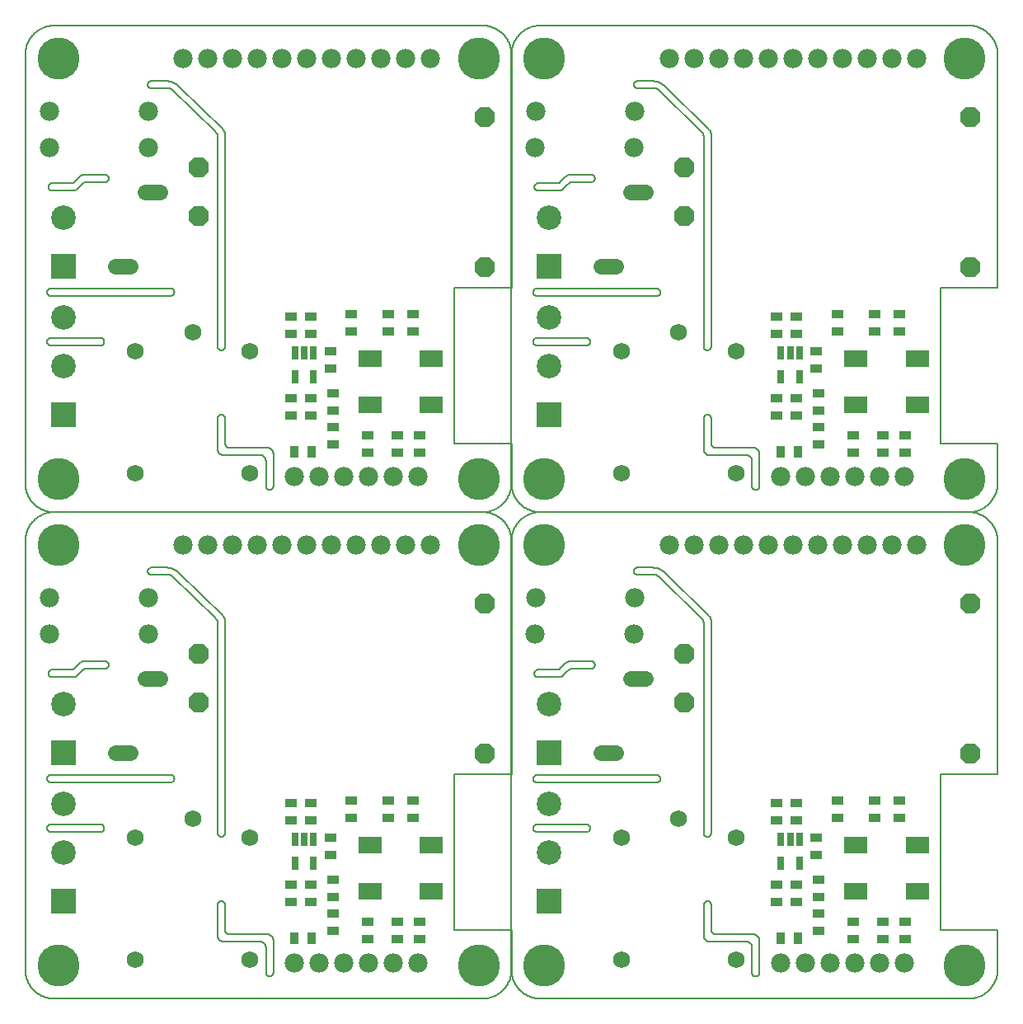
<source format=gts>
G75*
%MOIN*%
%OFA0B0*%
%FSLAX25Y25*%
%IPPOS*%
%LPD*%
%AMOC8*
5,1,8,0,0,1.08239X$1,22.5*
%
%ADD10C,0.00800*%
%ADD11C,0.00500*%
%ADD12R,0.05124X0.03550*%
%ADD13R,0.03550X0.05124*%
%ADD14C,0.06896*%
%ADD15OC8,0.08274*%
%ADD16C,0.07800*%
%ADD17C,0.06400*%
%ADD18R,0.09900X0.09900*%
%ADD19C,0.09900*%
%ADD20R,0.09455X0.06699*%
%ADD21R,0.02762X0.05203*%
%ADD22C,0.16998*%
D10*
X0012962Y0001400D02*
X0186190Y0001400D01*
X0186475Y0001403D01*
X0186761Y0001414D01*
X0187046Y0001431D01*
X0187330Y0001455D01*
X0187614Y0001486D01*
X0187897Y0001524D01*
X0188178Y0001569D01*
X0188459Y0001620D01*
X0188739Y0001678D01*
X0189017Y0001743D01*
X0189293Y0001815D01*
X0189567Y0001893D01*
X0189840Y0001978D01*
X0190110Y0002070D01*
X0190378Y0002168D01*
X0190644Y0002272D01*
X0190907Y0002383D01*
X0191167Y0002500D01*
X0191425Y0002623D01*
X0191679Y0002753D01*
X0191930Y0002889D01*
X0192178Y0003030D01*
X0192422Y0003178D01*
X0192663Y0003331D01*
X0192899Y0003491D01*
X0193132Y0003656D01*
X0193361Y0003826D01*
X0193586Y0004002D01*
X0193806Y0004184D01*
X0194022Y0004370D01*
X0194233Y0004562D01*
X0194440Y0004759D01*
X0194642Y0004961D01*
X0194839Y0005168D01*
X0195031Y0005379D01*
X0195217Y0005595D01*
X0195399Y0005815D01*
X0195575Y0006040D01*
X0195745Y0006269D01*
X0195910Y0006502D01*
X0196070Y0006738D01*
X0196223Y0006979D01*
X0196371Y0007223D01*
X0196512Y0007471D01*
X0196648Y0007722D01*
X0196778Y0007976D01*
X0196901Y0008234D01*
X0197018Y0008494D01*
X0197129Y0008757D01*
X0197233Y0009023D01*
X0197331Y0009291D01*
X0197423Y0009561D01*
X0197508Y0009834D01*
X0197586Y0010108D01*
X0197658Y0010384D01*
X0197723Y0010662D01*
X0197781Y0010942D01*
X0197832Y0011223D01*
X0197877Y0011504D01*
X0197915Y0011787D01*
X0197946Y0012071D01*
X0197970Y0012355D01*
X0197987Y0012640D01*
X0197998Y0012926D01*
X0198001Y0013211D01*
X0198001Y0029085D01*
X0174879Y0029085D01*
X0174879Y0092077D01*
X0198001Y0092077D01*
X0198001Y0186439D01*
X0197963Y0186439D02*
X0197963Y0013211D01*
X0197963Y0012924D01*
X0197971Y0012637D01*
X0197985Y0012351D01*
X0198007Y0012065D01*
X0198035Y0011780D01*
X0198071Y0011495D01*
X0198113Y0011211D01*
X0198163Y0010929D01*
X0198219Y0010647D01*
X0198283Y0010368D01*
X0198353Y0010090D01*
X0198430Y0009813D01*
X0198513Y0009539D01*
X0198604Y0009267D01*
X0198701Y0008997D01*
X0198804Y0008729D01*
X0198915Y0008464D01*
X0199031Y0008202D01*
X0199154Y0007943D01*
X0199284Y0007687D01*
X0199419Y0007435D01*
X0199561Y0007185D01*
X0199709Y0006939D01*
X0199863Y0006697D01*
X0200022Y0006459D01*
X0200188Y0006225D01*
X0200359Y0005995D01*
X0200536Y0005769D01*
X0200718Y0005547D01*
X0200906Y0005331D01*
X0201099Y0005118D01*
X0201297Y0004911D01*
X0201500Y0004708D01*
X0201708Y0004511D01*
X0201921Y0004319D01*
X0202139Y0004132D01*
X0202361Y0003950D01*
X0202587Y0003774D01*
X0202818Y0003603D01*
X0203052Y0003439D01*
X0203291Y0003280D01*
X0203534Y0003127D01*
X0203780Y0002979D01*
X0204030Y0002839D01*
X0204283Y0002704D01*
X0204539Y0002575D01*
X0204799Y0002453D01*
X0205061Y0002337D01*
X0205327Y0002228D01*
X0205594Y0002125D01*
X0205865Y0002029D01*
X0206137Y0001939D01*
X0206412Y0001856D01*
X0206688Y0001780D01*
X0206967Y0001711D01*
X0207247Y0001649D01*
X0207528Y0001593D01*
X0207811Y0001544D01*
X0208094Y0001503D01*
X0208379Y0001468D01*
X0208665Y0001441D01*
X0208951Y0001420D01*
X0209237Y0001406D01*
X0209524Y0001400D01*
X0382753Y0001400D01*
X0383038Y0001403D01*
X0383324Y0001414D01*
X0383609Y0001431D01*
X0383893Y0001455D01*
X0384177Y0001486D01*
X0384460Y0001524D01*
X0384741Y0001569D01*
X0385022Y0001620D01*
X0385302Y0001678D01*
X0385580Y0001743D01*
X0385856Y0001815D01*
X0386130Y0001893D01*
X0386403Y0001978D01*
X0386673Y0002070D01*
X0386941Y0002168D01*
X0387207Y0002272D01*
X0387470Y0002383D01*
X0387730Y0002500D01*
X0387988Y0002623D01*
X0388242Y0002753D01*
X0388493Y0002889D01*
X0388741Y0003030D01*
X0388985Y0003178D01*
X0389226Y0003331D01*
X0389462Y0003491D01*
X0389695Y0003656D01*
X0389924Y0003826D01*
X0390149Y0004002D01*
X0390369Y0004184D01*
X0390585Y0004370D01*
X0390796Y0004562D01*
X0391003Y0004759D01*
X0391205Y0004961D01*
X0391402Y0005168D01*
X0391594Y0005379D01*
X0391780Y0005595D01*
X0391962Y0005815D01*
X0392138Y0006040D01*
X0392308Y0006269D01*
X0392473Y0006502D01*
X0392633Y0006738D01*
X0392786Y0006979D01*
X0392934Y0007223D01*
X0393075Y0007471D01*
X0393211Y0007722D01*
X0393341Y0007976D01*
X0393464Y0008234D01*
X0393581Y0008494D01*
X0393692Y0008757D01*
X0393796Y0009023D01*
X0393894Y0009291D01*
X0393986Y0009561D01*
X0394071Y0009834D01*
X0394149Y0010108D01*
X0394221Y0010384D01*
X0394286Y0010662D01*
X0394344Y0010942D01*
X0394395Y0011223D01*
X0394440Y0011504D01*
X0394478Y0011787D01*
X0394509Y0012071D01*
X0394533Y0012355D01*
X0394550Y0012640D01*
X0394561Y0012926D01*
X0394564Y0013211D01*
X0394564Y0029085D01*
X0371442Y0029085D01*
X0371442Y0092077D01*
X0394564Y0092077D01*
X0394564Y0186439D01*
X0394564Y0186440D02*
X0394559Y0186723D01*
X0394547Y0187007D01*
X0394528Y0187290D01*
X0394503Y0187573D01*
X0394471Y0187855D01*
X0394432Y0188136D01*
X0394386Y0188417D01*
X0394333Y0188696D01*
X0394274Y0188973D01*
X0394207Y0189249D01*
X0394135Y0189524D01*
X0394055Y0189796D01*
X0393969Y0190067D01*
X0393877Y0190335D01*
X0393778Y0190602D01*
X0393673Y0190865D01*
X0393561Y0191126D01*
X0393443Y0191385D01*
X0393319Y0191640D01*
X0393189Y0191892D01*
X0393053Y0192141D01*
X0392910Y0192387D01*
X0392762Y0192629D01*
X0392608Y0192868D01*
X0392449Y0193103D01*
X0392283Y0193333D01*
X0392112Y0193560D01*
X0391936Y0193783D01*
X0391755Y0194001D01*
X0391568Y0194215D01*
X0391376Y0194424D01*
X0391179Y0194628D01*
X0390977Y0194828D01*
X0390770Y0195023D01*
X0390559Y0195213D01*
X0390343Y0195397D01*
X0390123Y0195576D01*
X0389899Y0195750D01*
X0389670Y0195919D01*
X0389438Y0196082D01*
X0389201Y0196239D01*
X0388961Y0196390D01*
X0388717Y0196536D01*
X0388470Y0196675D01*
X0388220Y0196809D01*
X0387966Y0196937D01*
X0387709Y0197058D01*
X0387450Y0197173D01*
X0387188Y0197282D01*
X0386923Y0197385D01*
X0386656Y0197481D01*
X0386386Y0197570D01*
X0386115Y0197653D01*
X0385841Y0197730D01*
X0385566Y0197799D01*
X0385289Y0197863D01*
X0385011Y0197919D01*
X0384731Y0197969D01*
X0384451Y0198012D01*
X0384169Y0198048D01*
X0383887Y0198077D01*
X0383604Y0198099D01*
X0383320Y0198115D01*
X0383036Y0198124D01*
X0382752Y0198126D01*
X0382753Y0198125D02*
X0209524Y0198125D01*
X0209524Y0198087D02*
X0382753Y0198087D01*
X0382753Y0198088D02*
X0383038Y0198091D01*
X0383324Y0198102D01*
X0383609Y0198119D01*
X0383893Y0198143D01*
X0384177Y0198174D01*
X0384460Y0198212D01*
X0384741Y0198257D01*
X0385022Y0198308D01*
X0385302Y0198366D01*
X0385580Y0198431D01*
X0385856Y0198503D01*
X0386130Y0198581D01*
X0386403Y0198666D01*
X0386673Y0198758D01*
X0386941Y0198856D01*
X0387207Y0198960D01*
X0387470Y0199071D01*
X0387730Y0199188D01*
X0387988Y0199311D01*
X0388242Y0199441D01*
X0388493Y0199577D01*
X0388741Y0199718D01*
X0388985Y0199866D01*
X0389226Y0200019D01*
X0389462Y0200179D01*
X0389695Y0200344D01*
X0389924Y0200514D01*
X0390149Y0200690D01*
X0390369Y0200872D01*
X0390585Y0201058D01*
X0390796Y0201250D01*
X0391003Y0201447D01*
X0391205Y0201649D01*
X0391402Y0201856D01*
X0391594Y0202067D01*
X0391780Y0202283D01*
X0391962Y0202503D01*
X0392138Y0202728D01*
X0392308Y0202957D01*
X0392473Y0203190D01*
X0392633Y0203426D01*
X0392786Y0203667D01*
X0392934Y0203911D01*
X0393075Y0204159D01*
X0393211Y0204410D01*
X0393341Y0204664D01*
X0393464Y0204922D01*
X0393581Y0205182D01*
X0393692Y0205445D01*
X0393796Y0205711D01*
X0393894Y0205979D01*
X0393986Y0206249D01*
X0394071Y0206522D01*
X0394149Y0206796D01*
X0394221Y0207072D01*
X0394286Y0207350D01*
X0394344Y0207630D01*
X0394395Y0207911D01*
X0394440Y0208192D01*
X0394478Y0208475D01*
X0394509Y0208759D01*
X0394533Y0209043D01*
X0394550Y0209328D01*
X0394561Y0209614D01*
X0394564Y0209899D01*
X0394564Y0225773D01*
X0371442Y0225773D01*
X0371442Y0288765D01*
X0394564Y0288765D01*
X0394564Y0383127D01*
X0394559Y0383410D01*
X0394547Y0383694D01*
X0394528Y0383977D01*
X0394503Y0384260D01*
X0394471Y0384542D01*
X0394432Y0384823D01*
X0394386Y0385104D01*
X0394333Y0385383D01*
X0394274Y0385660D01*
X0394207Y0385936D01*
X0394135Y0386211D01*
X0394055Y0386483D01*
X0393969Y0386754D01*
X0393877Y0387022D01*
X0393778Y0387289D01*
X0393673Y0387552D01*
X0393561Y0387813D01*
X0393443Y0388072D01*
X0393319Y0388327D01*
X0393189Y0388579D01*
X0393053Y0388828D01*
X0392910Y0389074D01*
X0392762Y0389316D01*
X0392608Y0389555D01*
X0392449Y0389790D01*
X0392283Y0390020D01*
X0392112Y0390247D01*
X0391936Y0390470D01*
X0391755Y0390688D01*
X0391568Y0390902D01*
X0391376Y0391111D01*
X0391179Y0391315D01*
X0390977Y0391515D01*
X0390770Y0391710D01*
X0390559Y0391900D01*
X0390343Y0392084D01*
X0390123Y0392263D01*
X0389899Y0392437D01*
X0389670Y0392606D01*
X0389438Y0392769D01*
X0389201Y0392926D01*
X0388961Y0393077D01*
X0388717Y0393223D01*
X0388470Y0393362D01*
X0388220Y0393496D01*
X0387966Y0393624D01*
X0387709Y0393745D01*
X0387450Y0393860D01*
X0387188Y0393969D01*
X0386923Y0394072D01*
X0386656Y0394168D01*
X0386386Y0394257D01*
X0386115Y0394340D01*
X0385841Y0394417D01*
X0385566Y0394486D01*
X0385289Y0394550D01*
X0385011Y0394606D01*
X0384731Y0394656D01*
X0384451Y0394699D01*
X0384169Y0394735D01*
X0383887Y0394764D01*
X0383604Y0394786D01*
X0383320Y0394802D01*
X0383036Y0394811D01*
X0382752Y0394813D01*
X0382753Y0394813D02*
X0209524Y0394813D01*
X0209244Y0394808D01*
X0208963Y0394796D01*
X0208683Y0394778D01*
X0208403Y0394753D01*
X0208124Y0394721D01*
X0207846Y0394682D01*
X0207568Y0394636D01*
X0207292Y0394584D01*
X0207018Y0394526D01*
X0206745Y0394460D01*
X0206473Y0394388D01*
X0206203Y0394310D01*
X0205936Y0394225D01*
X0205670Y0394133D01*
X0205407Y0394035D01*
X0205146Y0393931D01*
X0204888Y0393821D01*
X0204632Y0393704D01*
X0204379Y0393581D01*
X0204130Y0393452D01*
X0203883Y0393317D01*
X0203640Y0393177D01*
X0203401Y0393030D01*
X0203165Y0392878D01*
X0202932Y0392720D01*
X0202704Y0392556D01*
X0202480Y0392387D01*
X0202260Y0392213D01*
X0202044Y0392033D01*
X0201832Y0391848D01*
X0201625Y0391658D01*
X0201423Y0391463D01*
X0201225Y0391264D01*
X0201033Y0391059D01*
X0200845Y0390850D01*
X0200662Y0390637D01*
X0200485Y0390419D01*
X0200313Y0390197D01*
X0200146Y0389971D01*
X0199985Y0389741D01*
X0199830Y0389507D01*
X0199680Y0389269D01*
X0199536Y0389028D01*
X0199398Y0388783D01*
X0199266Y0388536D01*
X0199139Y0388285D01*
X0199019Y0388031D01*
X0198905Y0387774D01*
X0198798Y0387514D01*
X0198696Y0387252D01*
X0198601Y0386988D01*
X0198513Y0386722D01*
X0198431Y0386453D01*
X0198355Y0386182D01*
X0198286Y0385910D01*
X0198224Y0385636D01*
X0198168Y0385361D01*
X0198119Y0385084D01*
X0198076Y0384807D01*
X0198040Y0384528D01*
X0198011Y0384249D01*
X0197989Y0383969D01*
X0197974Y0383688D01*
X0197965Y0383407D01*
X0197963Y0383126D01*
X0197963Y0383127D02*
X0197963Y0209899D01*
X0198001Y0209899D02*
X0198001Y0225773D01*
X0174879Y0225773D01*
X0174879Y0288765D01*
X0198001Y0288765D01*
X0198001Y0383127D01*
X0198002Y0383127D02*
X0197997Y0383410D01*
X0197985Y0383694D01*
X0197966Y0383977D01*
X0197941Y0384260D01*
X0197909Y0384542D01*
X0197870Y0384823D01*
X0197824Y0385104D01*
X0197771Y0385383D01*
X0197712Y0385660D01*
X0197645Y0385936D01*
X0197573Y0386211D01*
X0197493Y0386483D01*
X0197407Y0386754D01*
X0197315Y0387022D01*
X0197216Y0387289D01*
X0197111Y0387552D01*
X0196999Y0387813D01*
X0196881Y0388072D01*
X0196757Y0388327D01*
X0196627Y0388579D01*
X0196491Y0388828D01*
X0196348Y0389074D01*
X0196200Y0389316D01*
X0196046Y0389555D01*
X0195887Y0389790D01*
X0195721Y0390020D01*
X0195550Y0390247D01*
X0195374Y0390470D01*
X0195193Y0390688D01*
X0195006Y0390902D01*
X0194814Y0391111D01*
X0194617Y0391315D01*
X0194415Y0391515D01*
X0194208Y0391710D01*
X0193997Y0391900D01*
X0193781Y0392084D01*
X0193561Y0392263D01*
X0193337Y0392437D01*
X0193108Y0392606D01*
X0192876Y0392769D01*
X0192639Y0392926D01*
X0192399Y0393077D01*
X0192155Y0393223D01*
X0191908Y0393362D01*
X0191658Y0393496D01*
X0191404Y0393624D01*
X0191147Y0393745D01*
X0190888Y0393860D01*
X0190626Y0393969D01*
X0190361Y0394072D01*
X0190094Y0394168D01*
X0189824Y0394257D01*
X0189553Y0394340D01*
X0189279Y0394417D01*
X0189004Y0394486D01*
X0188727Y0394550D01*
X0188449Y0394606D01*
X0188169Y0394656D01*
X0187889Y0394699D01*
X0187607Y0394735D01*
X0187325Y0394764D01*
X0187042Y0394786D01*
X0186758Y0394802D01*
X0186474Y0394811D01*
X0186190Y0394813D01*
X0012962Y0394813D01*
X0012961Y0394813D02*
X0012681Y0394808D01*
X0012400Y0394796D01*
X0012120Y0394778D01*
X0011840Y0394753D01*
X0011561Y0394721D01*
X0011283Y0394682D01*
X0011005Y0394636D01*
X0010729Y0394584D01*
X0010455Y0394526D01*
X0010182Y0394460D01*
X0009910Y0394388D01*
X0009640Y0394310D01*
X0009373Y0394225D01*
X0009107Y0394133D01*
X0008844Y0394035D01*
X0008583Y0393931D01*
X0008325Y0393821D01*
X0008069Y0393704D01*
X0007816Y0393581D01*
X0007567Y0393452D01*
X0007320Y0393317D01*
X0007077Y0393177D01*
X0006838Y0393030D01*
X0006602Y0392878D01*
X0006369Y0392720D01*
X0006141Y0392556D01*
X0005917Y0392387D01*
X0005697Y0392213D01*
X0005481Y0392033D01*
X0005269Y0391848D01*
X0005062Y0391658D01*
X0004860Y0391463D01*
X0004662Y0391264D01*
X0004470Y0391059D01*
X0004282Y0390850D01*
X0004099Y0390637D01*
X0003922Y0390419D01*
X0003750Y0390197D01*
X0003583Y0389971D01*
X0003422Y0389741D01*
X0003267Y0389507D01*
X0003117Y0389269D01*
X0002973Y0389028D01*
X0002835Y0388783D01*
X0002703Y0388536D01*
X0002576Y0388285D01*
X0002456Y0388031D01*
X0002342Y0387774D01*
X0002235Y0387514D01*
X0002133Y0387252D01*
X0002038Y0386988D01*
X0001950Y0386722D01*
X0001868Y0386453D01*
X0001792Y0386182D01*
X0001723Y0385910D01*
X0001661Y0385636D01*
X0001605Y0385361D01*
X0001556Y0385084D01*
X0001513Y0384807D01*
X0001477Y0384528D01*
X0001448Y0384249D01*
X0001426Y0383969D01*
X0001411Y0383688D01*
X0001402Y0383407D01*
X0001400Y0383126D01*
X0001401Y0383127D02*
X0001401Y0209899D01*
X0001401Y0209612D01*
X0001409Y0209325D01*
X0001423Y0209039D01*
X0001445Y0208753D01*
X0001473Y0208468D01*
X0001509Y0208183D01*
X0001551Y0207899D01*
X0001601Y0207617D01*
X0001657Y0207335D01*
X0001721Y0207056D01*
X0001791Y0206778D01*
X0001868Y0206501D01*
X0001951Y0206227D01*
X0002042Y0205955D01*
X0002139Y0205685D01*
X0002242Y0205417D01*
X0002353Y0205152D01*
X0002469Y0204890D01*
X0002592Y0204631D01*
X0002722Y0204375D01*
X0002857Y0204123D01*
X0002999Y0203873D01*
X0003147Y0203627D01*
X0003301Y0203385D01*
X0003460Y0203147D01*
X0003626Y0202913D01*
X0003797Y0202683D01*
X0003974Y0202457D01*
X0004156Y0202235D01*
X0004344Y0202019D01*
X0004537Y0201806D01*
X0004735Y0201599D01*
X0004938Y0201396D01*
X0005146Y0201199D01*
X0005359Y0201007D01*
X0005577Y0200820D01*
X0005799Y0200638D01*
X0006025Y0200462D01*
X0006256Y0200291D01*
X0006490Y0200127D01*
X0006729Y0199968D01*
X0006972Y0199815D01*
X0007218Y0199667D01*
X0007468Y0199527D01*
X0007721Y0199392D01*
X0007977Y0199263D01*
X0008237Y0199141D01*
X0008499Y0199025D01*
X0008765Y0198916D01*
X0009032Y0198813D01*
X0009303Y0198717D01*
X0009575Y0198627D01*
X0009850Y0198544D01*
X0010126Y0198468D01*
X0010405Y0198399D01*
X0010685Y0198337D01*
X0010966Y0198281D01*
X0011249Y0198232D01*
X0011532Y0198191D01*
X0011817Y0198156D01*
X0012103Y0198129D01*
X0012389Y0198108D01*
X0012675Y0198094D01*
X0012962Y0198088D01*
X0012962Y0198087D02*
X0186190Y0198087D01*
X0186190Y0198125D02*
X0012962Y0198125D01*
X0012961Y0198126D02*
X0012681Y0198121D01*
X0012400Y0198109D01*
X0012120Y0198091D01*
X0011840Y0198066D01*
X0011561Y0198034D01*
X0011283Y0197995D01*
X0011005Y0197949D01*
X0010729Y0197897D01*
X0010455Y0197839D01*
X0010182Y0197773D01*
X0009910Y0197701D01*
X0009640Y0197623D01*
X0009373Y0197538D01*
X0009107Y0197446D01*
X0008844Y0197348D01*
X0008583Y0197244D01*
X0008325Y0197134D01*
X0008069Y0197017D01*
X0007816Y0196894D01*
X0007567Y0196765D01*
X0007320Y0196630D01*
X0007077Y0196490D01*
X0006838Y0196343D01*
X0006602Y0196191D01*
X0006369Y0196033D01*
X0006141Y0195869D01*
X0005917Y0195700D01*
X0005697Y0195526D01*
X0005481Y0195346D01*
X0005269Y0195161D01*
X0005062Y0194971D01*
X0004860Y0194776D01*
X0004662Y0194577D01*
X0004470Y0194372D01*
X0004282Y0194163D01*
X0004099Y0193950D01*
X0003922Y0193732D01*
X0003750Y0193510D01*
X0003583Y0193284D01*
X0003422Y0193054D01*
X0003267Y0192820D01*
X0003117Y0192582D01*
X0002973Y0192341D01*
X0002835Y0192096D01*
X0002703Y0191849D01*
X0002576Y0191598D01*
X0002456Y0191344D01*
X0002342Y0191087D01*
X0002235Y0190827D01*
X0002133Y0190565D01*
X0002038Y0190301D01*
X0001950Y0190035D01*
X0001868Y0189766D01*
X0001792Y0189495D01*
X0001723Y0189223D01*
X0001661Y0188949D01*
X0001605Y0188674D01*
X0001556Y0188397D01*
X0001513Y0188120D01*
X0001477Y0187841D01*
X0001448Y0187562D01*
X0001426Y0187282D01*
X0001411Y0187001D01*
X0001402Y0186720D01*
X0001400Y0186439D01*
X0001401Y0186439D02*
X0001401Y0013211D01*
X0001401Y0012924D01*
X0001409Y0012637D01*
X0001423Y0012351D01*
X0001445Y0012065D01*
X0001473Y0011780D01*
X0001509Y0011495D01*
X0001551Y0011211D01*
X0001601Y0010929D01*
X0001657Y0010647D01*
X0001721Y0010368D01*
X0001791Y0010090D01*
X0001868Y0009813D01*
X0001951Y0009539D01*
X0002042Y0009267D01*
X0002139Y0008997D01*
X0002242Y0008729D01*
X0002353Y0008464D01*
X0002469Y0008202D01*
X0002592Y0007943D01*
X0002722Y0007687D01*
X0002857Y0007435D01*
X0002999Y0007185D01*
X0003147Y0006939D01*
X0003301Y0006697D01*
X0003460Y0006459D01*
X0003626Y0006225D01*
X0003797Y0005995D01*
X0003974Y0005769D01*
X0004156Y0005547D01*
X0004344Y0005331D01*
X0004537Y0005118D01*
X0004735Y0004911D01*
X0004938Y0004708D01*
X0005146Y0004511D01*
X0005359Y0004319D01*
X0005577Y0004132D01*
X0005799Y0003950D01*
X0006025Y0003774D01*
X0006256Y0003603D01*
X0006490Y0003439D01*
X0006729Y0003280D01*
X0006972Y0003127D01*
X0007218Y0002979D01*
X0007468Y0002839D01*
X0007721Y0002704D01*
X0007977Y0002575D01*
X0008237Y0002453D01*
X0008499Y0002337D01*
X0008765Y0002228D01*
X0009032Y0002125D01*
X0009303Y0002029D01*
X0009575Y0001939D01*
X0009850Y0001856D01*
X0010126Y0001780D01*
X0010405Y0001711D01*
X0010685Y0001649D01*
X0010966Y0001593D01*
X0011249Y0001544D01*
X0011532Y0001503D01*
X0011817Y0001468D01*
X0012103Y0001441D01*
X0012389Y0001420D01*
X0012675Y0001406D01*
X0012962Y0001400D01*
X0198002Y0186440D02*
X0197997Y0186723D01*
X0197985Y0187007D01*
X0197966Y0187290D01*
X0197941Y0187573D01*
X0197909Y0187855D01*
X0197870Y0188136D01*
X0197824Y0188417D01*
X0197771Y0188696D01*
X0197712Y0188973D01*
X0197645Y0189249D01*
X0197573Y0189524D01*
X0197493Y0189796D01*
X0197407Y0190067D01*
X0197315Y0190335D01*
X0197216Y0190602D01*
X0197111Y0190865D01*
X0196999Y0191126D01*
X0196881Y0191385D01*
X0196757Y0191640D01*
X0196627Y0191892D01*
X0196491Y0192141D01*
X0196348Y0192387D01*
X0196200Y0192629D01*
X0196046Y0192868D01*
X0195887Y0193103D01*
X0195721Y0193333D01*
X0195550Y0193560D01*
X0195374Y0193783D01*
X0195193Y0194001D01*
X0195006Y0194215D01*
X0194814Y0194424D01*
X0194617Y0194628D01*
X0194415Y0194828D01*
X0194208Y0195023D01*
X0193997Y0195213D01*
X0193781Y0195397D01*
X0193561Y0195576D01*
X0193337Y0195750D01*
X0193108Y0195919D01*
X0192876Y0196082D01*
X0192639Y0196239D01*
X0192399Y0196390D01*
X0192155Y0196536D01*
X0191908Y0196675D01*
X0191658Y0196809D01*
X0191404Y0196937D01*
X0191147Y0197058D01*
X0190888Y0197173D01*
X0190626Y0197282D01*
X0190361Y0197385D01*
X0190094Y0197481D01*
X0189824Y0197570D01*
X0189553Y0197653D01*
X0189279Y0197730D01*
X0189004Y0197799D01*
X0188727Y0197863D01*
X0188449Y0197919D01*
X0188169Y0197969D01*
X0187889Y0198012D01*
X0187607Y0198048D01*
X0187325Y0198077D01*
X0187042Y0198099D01*
X0186758Y0198115D01*
X0186474Y0198124D01*
X0186190Y0198126D01*
X0186190Y0198088D02*
X0186475Y0198091D01*
X0186761Y0198102D01*
X0187046Y0198119D01*
X0187330Y0198143D01*
X0187614Y0198174D01*
X0187897Y0198212D01*
X0188178Y0198257D01*
X0188459Y0198308D01*
X0188739Y0198366D01*
X0189017Y0198431D01*
X0189293Y0198503D01*
X0189567Y0198581D01*
X0189840Y0198666D01*
X0190110Y0198758D01*
X0190378Y0198856D01*
X0190644Y0198960D01*
X0190907Y0199071D01*
X0191167Y0199188D01*
X0191425Y0199311D01*
X0191679Y0199441D01*
X0191930Y0199577D01*
X0192178Y0199718D01*
X0192422Y0199866D01*
X0192663Y0200019D01*
X0192899Y0200179D01*
X0193132Y0200344D01*
X0193361Y0200514D01*
X0193586Y0200690D01*
X0193806Y0200872D01*
X0194022Y0201058D01*
X0194233Y0201250D01*
X0194440Y0201447D01*
X0194642Y0201649D01*
X0194839Y0201856D01*
X0195031Y0202067D01*
X0195217Y0202283D01*
X0195399Y0202503D01*
X0195575Y0202728D01*
X0195745Y0202957D01*
X0195910Y0203190D01*
X0196070Y0203426D01*
X0196223Y0203667D01*
X0196371Y0203911D01*
X0196512Y0204159D01*
X0196648Y0204410D01*
X0196778Y0204664D01*
X0196901Y0204922D01*
X0197018Y0205182D01*
X0197129Y0205445D01*
X0197233Y0205711D01*
X0197331Y0205979D01*
X0197423Y0206249D01*
X0197508Y0206522D01*
X0197586Y0206796D01*
X0197658Y0207072D01*
X0197723Y0207350D01*
X0197781Y0207630D01*
X0197832Y0207911D01*
X0197877Y0208192D01*
X0197915Y0208475D01*
X0197946Y0208759D01*
X0197970Y0209043D01*
X0197987Y0209328D01*
X0197998Y0209614D01*
X0198001Y0209899D01*
X0197963Y0209899D02*
X0197963Y0209612D01*
X0197971Y0209325D01*
X0197985Y0209039D01*
X0198007Y0208753D01*
X0198035Y0208468D01*
X0198071Y0208183D01*
X0198113Y0207899D01*
X0198163Y0207617D01*
X0198219Y0207335D01*
X0198283Y0207056D01*
X0198353Y0206778D01*
X0198430Y0206501D01*
X0198513Y0206227D01*
X0198604Y0205955D01*
X0198701Y0205685D01*
X0198804Y0205417D01*
X0198915Y0205152D01*
X0199031Y0204890D01*
X0199154Y0204631D01*
X0199284Y0204375D01*
X0199419Y0204123D01*
X0199561Y0203873D01*
X0199709Y0203627D01*
X0199863Y0203385D01*
X0200022Y0203147D01*
X0200188Y0202913D01*
X0200359Y0202683D01*
X0200536Y0202457D01*
X0200718Y0202235D01*
X0200906Y0202019D01*
X0201099Y0201806D01*
X0201297Y0201599D01*
X0201500Y0201396D01*
X0201708Y0201199D01*
X0201921Y0201007D01*
X0202139Y0200820D01*
X0202361Y0200638D01*
X0202587Y0200462D01*
X0202818Y0200291D01*
X0203052Y0200127D01*
X0203291Y0199968D01*
X0203534Y0199815D01*
X0203780Y0199667D01*
X0204030Y0199527D01*
X0204283Y0199392D01*
X0204539Y0199263D01*
X0204799Y0199141D01*
X0205061Y0199025D01*
X0205327Y0198916D01*
X0205594Y0198813D01*
X0205865Y0198717D01*
X0206137Y0198627D01*
X0206412Y0198544D01*
X0206688Y0198468D01*
X0206967Y0198399D01*
X0207247Y0198337D01*
X0207528Y0198281D01*
X0207811Y0198232D01*
X0208094Y0198191D01*
X0208379Y0198156D01*
X0208665Y0198129D01*
X0208951Y0198108D01*
X0209237Y0198094D01*
X0209524Y0198088D01*
X0209524Y0198126D02*
X0209244Y0198121D01*
X0208963Y0198109D01*
X0208683Y0198091D01*
X0208403Y0198066D01*
X0208124Y0198034D01*
X0207846Y0197995D01*
X0207568Y0197949D01*
X0207292Y0197897D01*
X0207018Y0197839D01*
X0206745Y0197773D01*
X0206473Y0197701D01*
X0206203Y0197623D01*
X0205936Y0197538D01*
X0205670Y0197446D01*
X0205407Y0197348D01*
X0205146Y0197244D01*
X0204888Y0197134D01*
X0204632Y0197017D01*
X0204379Y0196894D01*
X0204130Y0196765D01*
X0203883Y0196630D01*
X0203640Y0196490D01*
X0203401Y0196343D01*
X0203165Y0196191D01*
X0202932Y0196033D01*
X0202704Y0195869D01*
X0202480Y0195700D01*
X0202260Y0195526D01*
X0202044Y0195346D01*
X0201832Y0195161D01*
X0201625Y0194971D01*
X0201423Y0194776D01*
X0201225Y0194577D01*
X0201033Y0194372D01*
X0200845Y0194163D01*
X0200662Y0193950D01*
X0200485Y0193732D01*
X0200313Y0193510D01*
X0200146Y0193284D01*
X0199985Y0193054D01*
X0199830Y0192820D01*
X0199680Y0192582D01*
X0199536Y0192341D01*
X0199398Y0192096D01*
X0199266Y0191849D01*
X0199139Y0191598D01*
X0199019Y0191344D01*
X0198905Y0191087D01*
X0198798Y0190827D01*
X0198696Y0190565D01*
X0198601Y0190301D01*
X0198513Y0190035D01*
X0198431Y0189766D01*
X0198355Y0189495D01*
X0198286Y0189223D01*
X0198224Y0188949D01*
X0198168Y0188674D01*
X0198119Y0188397D01*
X0198076Y0188120D01*
X0198040Y0187841D01*
X0198011Y0187562D01*
X0197989Y0187282D01*
X0197974Y0187001D01*
X0197965Y0186720D01*
X0197963Y0186439D01*
D11*
X0248713Y0175650D02*
X0255463Y0175650D01*
X0255499Y0172900D02*
X0248713Y0172900D01*
X0248641Y0172908D01*
X0248570Y0172920D01*
X0248499Y0172936D01*
X0248430Y0172956D01*
X0248361Y0172979D01*
X0248294Y0173006D01*
X0248228Y0173036D01*
X0248164Y0173069D01*
X0248102Y0173106D01*
X0248042Y0173146D01*
X0247984Y0173190D01*
X0247928Y0173236D01*
X0247875Y0173285D01*
X0247825Y0173337D01*
X0247777Y0173391D01*
X0247732Y0173448D01*
X0247690Y0173507D01*
X0247652Y0173568D01*
X0247616Y0173631D01*
X0247584Y0173696D01*
X0247556Y0173762D01*
X0247531Y0173830D01*
X0247509Y0173899D01*
X0247491Y0173969D01*
X0247477Y0174040D01*
X0247467Y0174111D01*
X0247460Y0174183D01*
X0247457Y0174256D01*
X0247458Y0174328D01*
X0247463Y0174400D01*
X0247465Y0174468D01*
X0247470Y0174535D01*
X0247479Y0174602D01*
X0247492Y0174669D01*
X0247509Y0174734D01*
X0247528Y0174799D01*
X0247552Y0174863D01*
X0247579Y0174925D01*
X0247609Y0174986D01*
X0247642Y0175044D01*
X0247678Y0175101D01*
X0247718Y0175156D01*
X0247760Y0175209D01*
X0247806Y0175260D01*
X0247853Y0175307D01*
X0247904Y0175353D01*
X0247957Y0175395D01*
X0248012Y0175435D01*
X0248069Y0175471D01*
X0248127Y0175504D01*
X0248188Y0175534D01*
X0248250Y0175561D01*
X0248314Y0175585D01*
X0248379Y0175604D01*
X0248444Y0175621D01*
X0248511Y0175634D01*
X0248578Y0175643D01*
X0248645Y0175648D01*
X0248713Y0175650D01*
X0255499Y0172900D02*
X0255600Y0172901D01*
X0255702Y0172899D01*
X0255803Y0172892D01*
X0255904Y0172883D01*
X0256005Y0172869D01*
X0256105Y0172851D01*
X0256204Y0172830D01*
X0256303Y0172805D01*
X0256400Y0172777D01*
X0256497Y0172744D01*
X0256592Y0172709D01*
X0256686Y0172669D01*
X0256778Y0172627D01*
X0256868Y0172580D01*
X0256957Y0172531D01*
X0257044Y0172478D01*
X0257129Y0172422D01*
X0257211Y0172363D01*
X0257292Y0172301D01*
X0257369Y0172235D01*
X0257445Y0172167D01*
X0257445Y0172168D02*
X0274981Y0155132D01*
X0277982Y0156132D02*
X0278052Y0156046D01*
X0278120Y0155958D01*
X0278184Y0155867D01*
X0278245Y0155774D01*
X0278302Y0155679D01*
X0278356Y0155582D01*
X0278407Y0155483D01*
X0278454Y0155382D01*
X0278498Y0155280D01*
X0278537Y0155176D01*
X0278573Y0155071D01*
X0278606Y0154964D01*
X0278634Y0154857D01*
X0278659Y0154749D01*
X0278679Y0154639D01*
X0278696Y0154529D01*
X0278709Y0154419D01*
X0278718Y0154308D01*
X0278723Y0154197D01*
X0278724Y0154086D01*
X0278721Y0153975D01*
X0278714Y0153864D01*
X0278713Y0153864D02*
X0278713Y0153900D01*
X0278713Y0153864D02*
X0278713Y0068400D01*
X0278711Y0068324D01*
X0278705Y0068248D01*
X0278696Y0068173D01*
X0278682Y0068098D01*
X0278665Y0068024D01*
X0278644Y0067951D01*
X0278620Y0067879D01*
X0278591Y0067808D01*
X0278560Y0067739D01*
X0278525Y0067672D01*
X0278486Y0067607D01*
X0278444Y0067543D01*
X0278399Y0067482D01*
X0278351Y0067423D01*
X0278300Y0067367D01*
X0278246Y0067313D01*
X0278190Y0067262D01*
X0278131Y0067214D01*
X0278070Y0067169D01*
X0278006Y0067127D01*
X0277941Y0067088D01*
X0277874Y0067053D01*
X0277805Y0067022D01*
X0277734Y0066993D01*
X0277662Y0066969D01*
X0277589Y0066948D01*
X0277515Y0066931D01*
X0277440Y0066917D01*
X0277365Y0066908D01*
X0277289Y0066902D01*
X0277213Y0066900D01*
X0277137Y0066902D01*
X0277061Y0066908D01*
X0276986Y0066917D01*
X0276911Y0066931D01*
X0276837Y0066948D01*
X0276764Y0066969D01*
X0276692Y0066993D01*
X0276621Y0067022D01*
X0276552Y0067053D01*
X0276485Y0067088D01*
X0276420Y0067127D01*
X0276356Y0067169D01*
X0276295Y0067214D01*
X0276236Y0067262D01*
X0276180Y0067313D01*
X0276126Y0067367D01*
X0276075Y0067423D01*
X0276027Y0067482D01*
X0275982Y0067543D01*
X0275940Y0067607D01*
X0275901Y0067672D01*
X0275866Y0067739D01*
X0275835Y0067808D01*
X0275806Y0067879D01*
X0275782Y0067951D01*
X0275761Y0068024D01*
X0275744Y0068098D01*
X0275730Y0068173D01*
X0275721Y0068248D01*
X0275715Y0068324D01*
X0275713Y0068400D01*
X0275713Y0153364D01*
X0275713Y0153400D01*
X0275713Y0153364D02*
X0275711Y0153462D01*
X0275705Y0153560D01*
X0275696Y0153658D01*
X0275682Y0153755D01*
X0275665Y0153852D01*
X0275644Y0153948D01*
X0275619Y0154043D01*
X0275591Y0154137D01*
X0275558Y0154229D01*
X0275523Y0154321D01*
X0275483Y0154411D01*
X0275441Y0154499D01*
X0275394Y0154586D01*
X0275345Y0154670D01*
X0275292Y0154753D01*
X0275236Y0154833D01*
X0275176Y0154912D01*
X0275114Y0154988D01*
X0275049Y0155061D01*
X0274981Y0155132D01*
X0277981Y0156132D02*
X0260067Y0173546D01*
X0259958Y0173660D01*
X0259847Y0173771D01*
X0259733Y0173880D01*
X0259617Y0173986D01*
X0259498Y0174089D01*
X0259377Y0174189D01*
X0259253Y0174287D01*
X0259127Y0174381D01*
X0258999Y0174472D01*
X0258868Y0174560D01*
X0258736Y0174646D01*
X0258602Y0174728D01*
X0258465Y0174806D01*
X0258327Y0174882D01*
X0258187Y0174954D01*
X0258046Y0175023D01*
X0257903Y0175088D01*
X0257758Y0175150D01*
X0257612Y0175209D01*
X0257464Y0175264D01*
X0257316Y0175315D01*
X0257166Y0175363D01*
X0257015Y0175407D01*
X0256863Y0175448D01*
X0256710Y0175485D01*
X0256556Y0175519D01*
X0256402Y0175549D01*
X0256246Y0175575D01*
X0256091Y0175597D01*
X0255934Y0175616D01*
X0255778Y0175631D01*
X0255621Y0175642D01*
X0255463Y0175650D01*
X0230213Y0137900D02*
X0222249Y0137900D01*
X0219981Y0137168D02*
X0217567Y0134754D01*
X0218946Y0132132D02*
X0218875Y0132064D01*
X0218802Y0131999D01*
X0218726Y0131937D01*
X0218647Y0131877D01*
X0218567Y0131821D01*
X0218484Y0131768D01*
X0218400Y0131719D01*
X0218313Y0131672D01*
X0218225Y0131630D01*
X0218135Y0131590D01*
X0218043Y0131555D01*
X0217951Y0131522D01*
X0217857Y0131494D01*
X0217762Y0131469D01*
X0217666Y0131448D01*
X0217569Y0131431D01*
X0217472Y0131417D01*
X0217374Y0131408D01*
X0217276Y0131402D01*
X0217178Y0131400D01*
X0208713Y0131400D01*
X0207213Y0132900D02*
X0207215Y0132976D01*
X0207221Y0133052D01*
X0207230Y0133127D01*
X0207244Y0133202D01*
X0207261Y0133276D01*
X0207282Y0133349D01*
X0207306Y0133421D01*
X0207335Y0133492D01*
X0207366Y0133561D01*
X0207401Y0133628D01*
X0207440Y0133693D01*
X0207482Y0133757D01*
X0207527Y0133818D01*
X0207575Y0133877D01*
X0207626Y0133933D01*
X0207680Y0133987D01*
X0207736Y0134038D01*
X0207795Y0134086D01*
X0207856Y0134131D01*
X0207920Y0134173D01*
X0207985Y0134212D01*
X0208052Y0134247D01*
X0208121Y0134278D01*
X0208192Y0134307D01*
X0208264Y0134331D01*
X0208337Y0134352D01*
X0208411Y0134369D01*
X0208486Y0134383D01*
X0208561Y0134392D01*
X0208637Y0134398D01*
X0208713Y0134400D01*
X0216213Y0134400D01*
X0216297Y0134391D01*
X0216381Y0134385D01*
X0216466Y0134383D01*
X0216550Y0134385D01*
X0216634Y0134391D01*
X0216718Y0134401D01*
X0216801Y0134415D01*
X0216884Y0134432D01*
X0216966Y0134453D01*
X0217046Y0134479D01*
X0217126Y0134507D01*
X0217204Y0134540D01*
X0217280Y0134576D01*
X0217355Y0134615D01*
X0217427Y0134658D01*
X0217498Y0134704D01*
X0217567Y0134754D01*
X0218945Y0132132D02*
X0220981Y0134168D01*
X0219981Y0137168D02*
X0220063Y0137235D01*
X0220148Y0137300D01*
X0220234Y0137362D01*
X0220323Y0137420D01*
X0220413Y0137476D01*
X0220506Y0137529D01*
X0220600Y0137578D01*
X0220696Y0137624D01*
X0220793Y0137667D01*
X0220892Y0137706D01*
X0220992Y0137743D01*
X0221093Y0137775D01*
X0221195Y0137804D01*
X0221298Y0137830D01*
X0221402Y0137852D01*
X0221507Y0137871D01*
X0221612Y0137886D01*
X0221718Y0137897D01*
X0221824Y0137905D01*
X0221930Y0137909D01*
X0222037Y0137910D01*
X0222143Y0137907D01*
X0222249Y0137900D01*
X0222749Y0134900D02*
X0230213Y0134900D01*
X0231713Y0136400D02*
X0231711Y0136476D01*
X0231705Y0136552D01*
X0231696Y0136627D01*
X0231682Y0136702D01*
X0231665Y0136776D01*
X0231644Y0136849D01*
X0231620Y0136921D01*
X0231591Y0136992D01*
X0231560Y0137061D01*
X0231525Y0137128D01*
X0231486Y0137193D01*
X0231444Y0137257D01*
X0231399Y0137318D01*
X0231351Y0137377D01*
X0231300Y0137433D01*
X0231246Y0137487D01*
X0231190Y0137538D01*
X0231131Y0137586D01*
X0231070Y0137631D01*
X0231006Y0137673D01*
X0230941Y0137712D01*
X0230874Y0137747D01*
X0230805Y0137778D01*
X0230734Y0137807D01*
X0230662Y0137831D01*
X0230589Y0137852D01*
X0230515Y0137869D01*
X0230440Y0137883D01*
X0230365Y0137892D01*
X0230289Y0137898D01*
X0230213Y0137900D01*
X0231713Y0136400D02*
X0231711Y0136324D01*
X0231705Y0136248D01*
X0231696Y0136173D01*
X0231682Y0136098D01*
X0231665Y0136024D01*
X0231644Y0135951D01*
X0231620Y0135879D01*
X0231591Y0135808D01*
X0231560Y0135739D01*
X0231525Y0135672D01*
X0231486Y0135607D01*
X0231444Y0135543D01*
X0231399Y0135482D01*
X0231351Y0135423D01*
X0231300Y0135367D01*
X0231246Y0135313D01*
X0231190Y0135262D01*
X0231131Y0135214D01*
X0231070Y0135169D01*
X0231006Y0135127D01*
X0230941Y0135088D01*
X0230874Y0135053D01*
X0230805Y0135022D01*
X0230734Y0134993D01*
X0230662Y0134969D01*
X0230589Y0134948D01*
X0230515Y0134931D01*
X0230440Y0134917D01*
X0230365Y0134908D01*
X0230289Y0134902D01*
X0230213Y0134900D01*
X0222749Y0134900D02*
X0222651Y0134898D01*
X0222553Y0134892D01*
X0222455Y0134883D01*
X0222358Y0134869D01*
X0222261Y0134852D01*
X0222165Y0134831D01*
X0222070Y0134806D01*
X0221976Y0134778D01*
X0221884Y0134745D01*
X0221792Y0134710D01*
X0221702Y0134670D01*
X0221614Y0134628D01*
X0221527Y0134581D01*
X0221443Y0134532D01*
X0221360Y0134479D01*
X0221280Y0134423D01*
X0221201Y0134363D01*
X0221125Y0134301D01*
X0221052Y0134236D01*
X0220981Y0134168D01*
X0208713Y0131400D02*
X0208637Y0131402D01*
X0208561Y0131408D01*
X0208486Y0131417D01*
X0208411Y0131431D01*
X0208337Y0131448D01*
X0208264Y0131469D01*
X0208192Y0131493D01*
X0208121Y0131522D01*
X0208052Y0131553D01*
X0207985Y0131588D01*
X0207920Y0131627D01*
X0207856Y0131669D01*
X0207795Y0131714D01*
X0207736Y0131762D01*
X0207680Y0131813D01*
X0207626Y0131867D01*
X0207575Y0131923D01*
X0207527Y0131982D01*
X0207482Y0132043D01*
X0207440Y0132107D01*
X0207401Y0132172D01*
X0207366Y0132239D01*
X0207335Y0132308D01*
X0207306Y0132379D01*
X0207282Y0132451D01*
X0207261Y0132524D01*
X0207244Y0132598D01*
X0207230Y0132673D01*
X0207221Y0132748D01*
X0207215Y0132824D01*
X0207213Y0132900D01*
X0208213Y0091900D02*
X0256713Y0091900D01*
X0256789Y0091898D01*
X0256865Y0091892D01*
X0256940Y0091883D01*
X0257015Y0091869D01*
X0257089Y0091852D01*
X0257162Y0091831D01*
X0257234Y0091807D01*
X0257305Y0091778D01*
X0257374Y0091747D01*
X0257441Y0091712D01*
X0257506Y0091673D01*
X0257570Y0091631D01*
X0257631Y0091586D01*
X0257690Y0091538D01*
X0257746Y0091487D01*
X0257800Y0091433D01*
X0257851Y0091377D01*
X0257899Y0091318D01*
X0257944Y0091257D01*
X0257986Y0091193D01*
X0258025Y0091128D01*
X0258060Y0091061D01*
X0258091Y0090992D01*
X0258120Y0090921D01*
X0258144Y0090849D01*
X0258165Y0090776D01*
X0258182Y0090702D01*
X0258196Y0090627D01*
X0258205Y0090552D01*
X0258211Y0090476D01*
X0258213Y0090400D01*
X0258211Y0090324D01*
X0258205Y0090248D01*
X0258196Y0090173D01*
X0258182Y0090098D01*
X0258165Y0090024D01*
X0258144Y0089951D01*
X0258120Y0089879D01*
X0258091Y0089808D01*
X0258060Y0089739D01*
X0258025Y0089672D01*
X0257986Y0089607D01*
X0257944Y0089543D01*
X0257899Y0089482D01*
X0257851Y0089423D01*
X0257800Y0089367D01*
X0257746Y0089313D01*
X0257690Y0089262D01*
X0257631Y0089214D01*
X0257570Y0089169D01*
X0257506Y0089127D01*
X0257441Y0089088D01*
X0257374Y0089053D01*
X0257305Y0089022D01*
X0257234Y0088993D01*
X0257162Y0088969D01*
X0257089Y0088948D01*
X0257015Y0088931D01*
X0256940Y0088917D01*
X0256865Y0088908D01*
X0256789Y0088902D01*
X0256713Y0088900D01*
X0256678Y0088900D02*
X0208213Y0088900D01*
X0206713Y0090400D02*
X0206715Y0090476D01*
X0206721Y0090552D01*
X0206730Y0090627D01*
X0206744Y0090702D01*
X0206761Y0090776D01*
X0206782Y0090849D01*
X0206806Y0090921D01*
X0206835Y0090992D01*
X0206866Y0091061D01*
X0206901Y0091128D01*
X0206940Y0091193D01*
X0206982Y0091257D01*
X0207027Y0091318D01*
X0207075Y0091377D01*
X0207126Y0091433D01*
X0207180Y0091487D01*
X0207236Y0091538D01*
X0207295Y0091586D01*
X0207356Y0091631D01*
X0207420Y0091673D01*
X0207485Y0091712D01*
X0207552Y0091747D01*
X0207621Y0091778D01*
X0207692Y0091807D01*
X0207764Y0091831D01*
X0207837Y0091852D01*
X0207911Y0091869D01*
X0207986Y0091883D01*
X0208061Y0091892D01*
X0208137Y0091898D01*
X0208213Y0091900D01*
X0206713Y0090400D02*
X0206715Y0090324D01*
X0206721Y0090248D01*
X0206730Y0090173D01*
X0206744Y0090098D01*
X0206761Y0090024D01*
X0206782Y0089951D01*
X0206806Y0089879D01*
X0206835Y0089808D01*
X0206866Y0089739D01*
X0206901Y0089672D01*
X0206940Y0089607D01*
X0206982Y0089543D01*
X0207027Y0089482D01*
X0207075Y0089423D01*
X0207126Y0089367D01*
X0207180Y0089313D01*
X0207236Y0089262D01*
X0207295Y0089214D01*
X0207356Y0089169D01*
X0207420Y0089127D01*
X0207485Y0089088D01*
X0207552Y0089053D01*
X0207621Y0089022D01*
X0207692Y0088993D01*
X0207764Y0088969D01*
X0207837Y0088948D01*
X0207911Y0088931D01*
X0207986Y0088917D01*
X0208061Y0088908D01*
X0208137Y0088902D01*
X0208213Y0088900D01*
X0208213Y0071900D02*
X0228713Y0071900D01*
X0228786Y0071874D01*
X0228858Y0071844D01*
X0228928Y0071810D01*
X0228996Y0071774D01*
X0229062Y0071733D01*
X0229127Y0071690D01*
X0229189Y0071644D01*
X0229249Y0071594D01*
X0229306Y0071542D01*
X0229361Y0071487D01*
X0229413Y0071429D01*
X0229462Y0071369D01*
X0229508Y0071307D01*
X0229551Y0071242D01*
X0229591Y0071176D01*
X0229627Y0071107D01*
X0229660Y0071037D01*
X0229690Y0070965D01*
X0229716Y0070892D01*
X0229738Y0070818D01*
X0229757Y0070742D01*
X0229771Y0070666D01*
X0229783Y0070589D01*
X0229790Y0070512D01*
X0229794Y0070435D01*
X0229793Y0070357D01*
X0229789Y0070279D01*
X0229782Y0070202D01*
X0229770Y0070126D01*
X0229755Y0070049D01*
X0229736Y0069974D01*
X0229713Y0069900D01*
X0229698Y0069833D01*
X0229679Y0069766D01*
X0229656Y0069701D01*
X0229630Y0069637D01*
X0229601Y0069575D01*
X0229568Y0069514D01*
X0229532Y0069455D01*
X0229493Y0069398D01*
X0229450Y0069343D01*
X0229405Y0069291D01*
X0229357Y0069241D01*
X0229307Y0069194D01*
X0229254Y0069150D01*
X0229199Y0069109D01*
X0229141Y0069070D01*
X0229082Y0069035D01*
X0229021Y0069003D01*
X0228958Y0068975D01*
X0228893Y0068950D01*
X0228828Y0068928D01*
X0228761Y0068910D01*
X0228693Y0068896D01*
X0228625Y0068885D01*
X0228557Y0068878D01*
X0228488Y0068875D01*
X0228419Y0068876D01*
X0228350Y0068880D01*
X0228281Y0068888D01*
X0228213Y0068900D01*
X0208213Y0068900D01*
X0206713Y0070400D02*
X0206715Y0070476D01*
X0206721Y0070552D01*
X0206730Y0070627D01*
X0206744Y0070702D01*
X0206761Y0070776D01*
X0206782Y0070849D01*
X0206806Y0070921D01*
X0206835Y0070992D01*
X0206866Y0071061D01*
X0206901Y0071128D01*
X0206940Y0071193D01*
X0206982Y0071257D01*
X0207027Y0071318D01*
X0207075Y0071377D01*
X0207126Y0071433D01*
X0207180Y0071487D01*
X0207236Y0071538D01*
X0207295Y0071586D01*
X0207356Y0071631D01*
X0207420Y0071673D01*
X0207485Y0071712D01*
X0207552Y0071747D01*
X0207621Y0071778D01*
X0207692Y0071807D01*
X0207764Y0071831D01*
X0207837Y0071852D01*
X0207911Y0071869D01*
X0207986Y0071883D01*
X0208061Y0071892D01*
X0208137Y0071898D01*
X0208213Y0071900D01*
X0206713Y0070400D02*
X0206715Y0070324D01*
X0206721Y0070248D01*
X0206730Y0070173D01*
X0206744Y0070098D01*
X0206761Y0070024D01*
X0206782Y0069951D01*
X0206806Y0069879D01*
X0206835Y0069808D01*
X0206866Y0069739D01*
X0206901Y0069672D01*
X0206940Y0069607D01*
X0206982Y0069543D01*
X0207027Y0069482D01*
X0207075Y0069423D01*
X0207126Y0069367D01*
X0207180Y0069313D01*
X0207236Y0069262D01*
X0207295Y0069214D01*
X0207356Y0069169D01*
X0207420Y0069127D01*
X0207485Y0069088D01*
X0207552Y0069053D01*
X0207621Y0069022D01*
X0207692Y0068993D01*
X0207764Y0068969D01*
X0207837Y0068948D01*
X0207911Y0068931D01*
X0207986Y0068917D01*
X0208061Y0068908D01*
X0208137Y0068902D01*
X0208213Y0068900D01*
X0275713Y0039400D02*
X0275713Y0027400D01*
X0275700Y0027298D01*
X0275692Y0027196D01*
X0275687Y0027094D01*
X0275686Y0026991D01*
X0275689Y0026889D01*
X0275697Y0026787D01*
X0275708Y0026685D01*
X0275723Y0026584D01*
X0275742Y0026483D01*
X0275765Y0026383D01*
X0275792Y0026284D01*
X0275822Y0026186D01*
X0275856Y0026090D01*
X0275894Y0025995D01*
X0275936Y0025901D01*
X0275981Y0025809D01*
X0276030Y0025719D01*
X0276082Y0025631D01*
X0276138Y0025545D01*
X0276196Y0025461D01*
X0276258Y0025379D01*
X0276324Y0025300D01*
X0276392Y0025224D01*
X0276463Y0025150D01*
X0276537Y0025079D01*
X0276613Y0025011D01*
X0276692Y0024945D01*
X0276774Y0024883D01*
X0276858Y0024825D01*
X0276944Y0024769D01*
X0277032Y0024717D01*
X0277122Y0024668D01*
X0277214Y0024623D01*
X0277308Y0024581D01*
X0277403Y0024543D01*
X0277499Y0024509D01*
X0277597Y0024479D01*
X0277696Y0024452D01*
X0277796Y0024429D01*
X0277897Y0024410D01*
X0277998Y0024395D01*
X0278100Y0024384D01*
X0278202Y0024376D01*
X0278304Y0024373D01*
X0278407Y0024374D01*
X0278509Y0024379D01*
X0278611Y0024387D01*
X0278713Y0024400D01*
X0293213Y0024400D01*
X0293300Y0024398D01*
X0293387Y0024392D01*
X0293474Y0024383D01*
X0293560Y0024370D01*
X0293646Y0024353D01*
X0293731Y0024332D01*
X0293814Y0024307D01*
X0293897Y0024279D01*
X0293978Y0024248D01*
X0294058Y0024213D01*
X0294136Y0024174D01*
X0294213Y0024132D01*
X0294288Y0024087D01*
X0294360Y0024038D01*
X0294431Y0023987D01*
X0294499Y0023932D01*
X0294564Y0023875D01*
X0294627Y0023814D01*
X0294688Y0023751D01*
X0294745Y0023686D01*
X0294800Y0023618D01*
X0294851Y0023547D01*
X0294900Y0023475D01*
X0294945Y0023400D01*
X0294987Y0023323D01*
X0295026Y0023245D01*
X0295061Y0023165D01*
X0295092Y0023084D01*
X0295120Y0023001D01*
X0295145Y0022918D01*
X0295166Y0022833D01*
X0295183Y0022747D01*
X0295196Y0022661D01*
X0295205Y0022574D01*
X0295211Y0022487D01*
X0295213Y0022400D01*
X0295213Y0011900D01*
X0295215Y0011824D01*
X0295221Y0011748D01*
X0295230Y0011673D01*
X0295244Y0011598D01*
X0295261Y0011524D01*
X0295282Y0011451D01*
X0295306Y0011379D01*
X0295335Y0011308D01*
X0295366Y0011239D01*
X0295401Y0011172D01*
X0295440Y0011107D01*
X0295482Y0011043D01*
X0295527Y0010982D01*
X0295575Y0010923D01*
X0295626Y0010867D01*
X0295680Y0010813D01*
X0295736Y0010762D01*
X0295795Y0010714D01*
X0295856Y0010669D01*
X0295920Y0010627D01*
X0295985Y0010588D01*
X0296052Y0010553D01*
X0296121Y0010522D01*
X0296192Y0010493D01*
X0296264Y0010469D01*
X0296337Y0010448D01*
X0296411Y0010431D01*
X0296486Y0010417D01*
X0296561Y0010408D01*
X0296637Y0010402D01*
X0296713Y0010400D01*
X0296789Y0010402D01*
X0296865Y0010408D01*
X0296940Y0010417D01*
X0297015Y0010431D01*
X0297089Y0010448D01*
X0297162Y0010469D01*
X0297234Y0010493D01*
X0297305Y0010522D01*
X0297374Y0010553D01*
X0297441Y0010588D01*
X0297506Y0010627D01*
X0297570Y0010669D01*
X0297631Y0010714D01*
X0297690Y0010762D01*
X0297746Y0010813D01*
X0297800Y0010867D01*
X0297851Y0010923D01*
X0297899Y0010982D01*
X0297944Y0011043D01*
X0297986Y0011107D01*
X0298025Y0011172D01*
X0298060Y0011239D01*
X0298091Y0011308D01*
X0298120Y0011379D01*
X0298144Y0011451D01*
X0298165Y0011524D01*
X0298182Y0011598D01*
X0298196Y0011673D01*
X0298205Y0011748D01*
X0298211Y0011824D01*
X0298213Y0011900D01*
X0298213Y0025400D01*
X0298192Y0025498D01*
X0298167Y0025595D01*
X0298137Y0025691D01*
X0298104Y0025785D01*
X0298068Y0025878D01*
X0298028Y0025970D01*
X0297984Y0026060D01*
X0297937Y0026148D01*
X0297886Y0026235D01*
X0297832Y0026319D01*
X0297774Y0026401D01*
X0297714Y0026481D01*
X0297650Y0026558D01*
X0297584Y0026633D01*
X0297514Y0026705D01*
X0297442Y0026774D01*
X0297367Y0026841D01*
X0297290Y0026904D01*
X0297210Y0026965D01*
X0297127Y0027022D01*
X0297043Y0027076D01*
X0296957Y0027126D01*
X0296868Y0027173D01*
X0296778Y0027217D01*
X0296686Y0027257D01*
X0296593Y0027293D01*
X0296498Y0027326D01*
X0296403Y0027355D01*
X0296306Y0027380D01*
X0296208Y0027402D01*
X0296109Y0027419D01*
X0296010Y0027433D01*
X0295910Y0027442D01*
X0295810Y0027448D01*
X0295710Y0027450D01*
X0295610Y0027448D01*
X0295510Y0027442D01*
X0295411Y0027432D01*
X0295311Y0027418D01*
X0295213Y0027400D01*
X0280713Y0027400D01*
X0280626Y0027402D01*
X0280539Y0027408D01*
X0280452Y0027417D01*
X0280366Y0027430D01*
X0280280Y0027447D01*
X0280195Y0027468D01*
X0280112Y0027493D01*
X0280029Y0027521D01*
X0279948Y0027552D01*
X0279868Y0027587D01*
X0279790Y0027626D01*
X0279713Y0027668D01*
X0279638Y0027713D01*
X0279566Y0027762D01*
X0279495Y0027813D01*
X0279427Y0027868D01*
X0279362Y0027925D01*
X0279299Y0027986D01*
X0279238Y0028049D01*
X0279181Y0028114D01*
X0279126Y0028182D01*
X0279075Y0028253D01*
X0279026Y0028325D01*
X0278981Y0028400D01*
X0278939Y0028477D01*
X0278900Y0028555D01*
X0278865Y0028635D01*
X0278834Y0028716D01*
X0278806Y0028799D01*
X0278781Y0028882D01*
X0278760Y0028967D01*
X0278743Y0029053D01*
X0278730Y0029139D01*
X0278721Y0029226D01*
X0278715Y0029313D01*
X0278713Y0029400D01*
X0278713Y0039400D01*
X0278711Y0039476D01*
X0278705Y0039552D01*
X0278696Y0039627D01*
X0278682Y0039702D01*
X0278665Y0039776D01*
X0278644Y0039849D01*
X0278620Y0039921D01*
X0278591Y0039992D01*
X0278560Y0040061D01*
X0278525Y0040128D01*
X0278486Y0040193D01*
X0278444Y0040257D01*
X0278399Y0040318D01*
X0278351Y0040377D01*
X0278300Y0040433D01*
X0278246Y0040487D01*
X0278190Y0040538D01*
X0278131Y0040586D01*
X0278070Y0040631D01*
X0278006Y0040673D01*
X0277941Y0040712D01*
X0277874Y0040747D01*
X0277805Y0040778D01*
X0277734Y0040807D01*
X0277662Y0040831D01*
X0277589Y0040852D01*
X0277515Y0040869D01*
X0277440Y0040883D01*
X0277365Y0040892D01*
X0277289Y0040898D01*
X0277213Y0040900D01*
X0277137Y0040898D01*
X0277061Y0040892D01*
X0276986Y0040883D01*
X0276911Y0040869D01*
X0276837Y0040852D01*
X0276764Y0040831D01*
X0276692Y0040807D01*
X0276621Y0040778D01*
X0276552Y0040747D01*
X0276485Y0040712D01*
X0276420Y0040673D01*
X0276356Y0040631D01*
X0276295Y0040586D01*
X0276236Y0040538D01*
X0276180Y0040487D01*
X0276126Y0040433D01*
X0276075Y0040377D01*
X0276027Y0040318D01*
X0275982Y0040257D01*
X0275940Y0040193D01*
X0275901Y0040128D01*
X0275866Y0040061D01*
X0275835Y0039992D01*
X0275806Y0039921D01*
X0275782Y0039849D01*
X0275761Y0039776D01*
X0275744Y0039702D01*
X0275730Y0039627D01*
X0275721Y0039552D01*
X0275715Y0039476D01*
X0275713Y0039400D01*
X0295213Y0208587D02*
X0295213Y0219087D01*
X0295211Y0219174D01*
X0295205Y0219261D01*
X0295196Y0219348D01*
X0295183Y0219434D01*
X0295166Y0219520D01*
X0295145Y0219605D01*
X0295120Y0219688D01*
X0295092Y0219771D01*
X0295061Y0219852D01*
X0295026Y0219932D01*
X0294987Y0220010D01*
X0294945Y0220087D01*
X0294900Y0220162D01*
X0294851Y0220234D01*
X0294800Y0220305D01*
X0294745Y0220373D01*
X0294688Y0220438D01*
X0294627Y0220501D01*
X0294564Y0220562D01*
X0294499Y0220619D01*
X0294431Y0220674D01*
X0294360Y0220725D01*
X0294288Y0220774D01*
X0294213Y0220819D01*
X0294136Y0220861D01*
X0294058Y0220900D01*
X0293978Y0220935D01*
X0293897Y0220966D01*
X0293814Y0220994D01*
X0293731Y0221019D01*
X0293646Y0221040D01*
X0293560Y0221057D01*
X0293474Y0221070D01*
X0293387Y0221079D01*
X0293300Y0221085D01*
X0293213Y0221087D01*
X0278713Y0221087D01*
X0278611Y0221074D01*
X0278509Y0221066D01*
X0278407Y0221061D01*
X0278304Y0221060D01*
X0278202Y0221063D01*
X0278100Y0221071D01*
X0277998Y0221082D01*
X0277897Y0221097D01*
X0277796Y0221116D01*
X0277696Y0221139D01*
X0277597Y0221166D01*
X0277499Y0221196D01*
X0277403Y0221230D01*
X0277308Y0221268D01*
X0277214Y0221310D01*
X0277122Y0221355D01*
X0277032Y0221404D01*
X0276944Y0221456D01*
X0276858Y0221512D01*
X0276774Y0221570D01*
X0276692Y0221632D01*
X0276613Y0221698D01*
X0276537Y0221766D01*
X0276463Y0221837D01*
X0276392Y0221911D01*
X0276324Y0221987D01*
X0276258Y0222066D01*
X0276196Y0222148D01*
X0276138Y0222232D01*
X0276082Y0222318D01*
X0276030Y0222406D01*
X0275981Y0222496D01*
X0275936Y0222588D01*
X0275894Y0222682D01*
X0275856Y0222777D01*
X0275822Y0222873D01*
X0275792Y0222971D01*
X0275765Y0223070D01*
X0275742Y0223170D01*
X0275723Y0223271D01*
X0275708Y0223372D01*
X0275697Y0223474D01*
X0275689Y0223576D01*
X0275686Y0223678D01*
X0275687Y0223781D01*
X0275692Y0223883D01*
X0275700Y0223985D01*
X0275713Y0224087D01*
X0275713Y0236087D01*
X0275715Y0236163D01*
X0275721Y0236239D01*
X0275730Y0236314D01*
X0275744Y0236389D01*
X0275761Y0236463D01*
X0275782Y0236536D01*
X0275806Y0236608D01*
X0275835Y0236679D01*
X0275866Y0236748D01*
X0275901Y0236815D01*
X0275940Y0236880D01*
X0275982Y0236944D01*
X0276027Y0237005D01*
X0276075Y0237064D01*
X0276126Y0237120D01*
X0276180Y0237174D01*
X0276236Y0237225D01*
X0276295Y0237273D01*
X0276356Y0237318D01*
X0276420Y0237360D01*
X0276485Y0237399D01*
X0276552Y0237434D01*
X0276621Y0237465D01*
X0276692Y0237494D01*
X0276764Y0237518D01*
X0276837Y0237539D01*
X0276911Y0237556D01*
X0276986Y0237570D01*
X0277061Y0237579D01*
X0277137Y0237585D01*
X0277213Y0237587D01*
X0277289Y0237585D01*
X0277365Y0237579D01*
X0277440Y0237570D01*
X0277515Y0237556D01*
X0277589Y0237539D01*
X0277662Y0237518D01*
X0277734Y0237494D01*
X0277805Y0237465D01*
X0277874Y0237434D01*
X0277941Y0237399D01*
X0278006Y0237360D01*
X0278070Y0237318D01*
X0278131Y0237273D01*
X0278190Y0237225D01*
X0278246Y0237174D01*
X0278300Y0237120D01*
X0278351Y0237064D01*
X0278399Y0237005D01*
X0278444Y0236944D01*
X0278486Y0236880D01*
X0278525Y0236815D01*
X0278560Y0236748D01*
X0278591Y0236679D01*
X0278620Y0236608D01*
X0278644Y0236536D01*
X0278665Y0236463D01*
X0278682Y0236389D01*
X0278696Y0236314D01*
X0278705Y0236239D01*
X0278711Y0236163D01*
X0278713Y0236087D01*
X0278713Y0226087D01*
X0278715Y0226000D01*
X0278721Y0225913D01*
X0278730Y0225826D01*
X0278743Y0225740D01*
X0278760Y0225654D01*
X0278781Y0225569D01*
X0278806Y0225486D01*
X0278834Y0225403D01*
X0278865Y0225322D01*
X0278900Y0225242D01*
X0278939Y0225164D01*
X0278981Y0225087D01*
X0279026Y0225012D01*
X0279075Y0224940D01*
X0279126Y0224869D01*
X0279181Y0224801D01*
X0279238Y0224736D01*
X0279299Y0224673D01*
X0279362Y0224612D01*
X0279427Y0224555D01*
X0279495Y0224500D01*
X0279566Y0224449D01*
X0279638Y0224400D01*
X0279713Y0224355D01*
X0279790Y0224313D01*
X0279868Y0224274D01*
X0279948Y0224239D01*
X0280029Y0224208D01*
X0280112Y0224180D01*
X0280195Y0224155D01*
X0280280Y0224134D01*
X0280366Y0224117D01*
X0280452Y0224104D01*
X0280539Y0224095D01*
X0280626Y0224089D01*
X0280713Y0224087D01*
X0295213Y0224087D01*
X0295311Y0224105D01*
X0295411Y0224119D01*
X0295510Y0224129D01*
X0295610Y0224135D01*
X0295710Y0224137D01*
X0295810Y0224135D01*
X0295910Y0224129D01*
X0296010Y0224120D01*
X0296109Y0224106D01*
X0296208Y0224089D01*
X0296306Y0224067D01*
X0296403Y0224042D01*
X0296498Y0224013D01*
X0296593Y0223980D01*
X0296686Y0223944D01*
X0296778Y0223904D01*
X0296868Y0223860D01*
X0296957Y0223813D01*
X0297043Y0223763D01*
X0297127Y0223709D01*
X0297210Y0223652D01*
X0297290Y0223591D01*
X0297367Y0223528D01*
X0297442Y0223461D01*
X0297514Y0223392D01*
X0297584Y0223320D01*
X0297650Y0223245D01*
X0297714Y0223168D01*
X0297774Y0223088D01*
X0297832Y0223006D01*
X0297886Y0222922D01*
X0297937Y0222835D01*
X0297984Y0222747D01*
X0298028Y0222657D01*
X0298068Y0222565D01*
X0298104Y0222472D01*
X0298137Y0222378D01*
X0298167Y0222282D01*
X0298192Y0222185D01*
X0298213Y0222087D01*
X0298213Y0208587D01*
X0298211Y0208511D01*
X0298205Y0208435D01*
X0298196Y0208360D01*
X0298182Y0208285D01*
X0298165Y0208211D01*
X0298144Y0208138D01*
X0298120Y0208066D01*
X0298091Y0207995D01*
X0298060Y0207926D01*
X0298025Y0207859D01*
X0297986Y0207794D01*
X0297944Y0207730D01*
X0297899Y0207669D01*
X0297851Y0207610D01*
X0297800Y0207554D01*
X0297746Y0207500D01*
X0297690Y0207449D01*
X0297631Y0207401D01*
X0297570Y0207356D01*
X0297506Y0207314D01*
X0297441Y0207275D01*
X0297374Y0207240D01*
X0297305Y0207209D01*
X0297234Y0207180D01*
X0297162Y0207156D01*
X0297089Y0207135D01*
X0297015Y0207118D01*
X0296940Y0207104D01*
X0296865Y0207095D01*
X0296789Y0207089D01*
X0296713Y0207087D01*
X0296637Y0207089D01*
X0296561Y0207095D01*
X0296486Y0207104D01*
X0296411Y0207118D01*
X0296337Y0207135D01*
X0296264Y0207156D01*
X0296192Y0207180D01*
X0296121Y0207209D01*
X0296052Y0207240D01*
X0295985Y0207275D01*
X0295920Y0207314D01*
X0295856Y0207356D01*
X0295795Y0207401D01*
X0295736Y0207449D01*
X0295680Y0207500D01*
X0295626Y0207554D01*
X0295575Y0207610D01*
X0295527Y0207669D01*
X0295482Y0207730D01*
X0295440Y0207794D01*
X0295401Y0207859D01*
X0295366Y0207926D01*
X0295335Y0207995D01*
X0295306Y0208066D01*
X0295282Y0208138D01*
X0295261Y0208211D01*
X0295244Y0208285D01*
X0295230Y0208360D01*
X0295221Y0208435D01*
X0295215Y0208511D01*
X0295213Y0208587D01*
X0278713Y0265088D02*
X0278713Y0350552D01*
X0278713Y0350587D01*
X0277981Y0352820D02*
X0260067Y0370234D01*
X0257445Y0368855D02*
X0274981Y0351820D01*
X0277982Y0352820D02*
X0278052Y0352734D01*
X0278120Y0352646D01*
X0278184Y0352555D01*
X0278245Y0352462D01*
X0278302Y0352367D01*
X0278356Y0352270D01*
X0278407Y0352171D01*
X0278454Y0352070D01*
X0278498Y0351968D01*
X0278537Y0351864D01*
X0278573Y0351759D01*
X0278606Y0351652D01*
X0278634Y0351545D01*
X0278659Y0351437D01*
X0278679Y0351327D01*
X0278696Y0351217D01*
X0278709Y0351107D01*
X0278718Y0350996D01*
X0278723Y0350885D01*
X0278724Y0350774D01*
X0278721Y0350663D01*
X0278714Y0350552D01*
X0275713Y0350087D02*
X0275713Y0350052D01*
X0275713Y0265088D01*
X0275715Y0265012D01*
X0275721Y0264936D01*
X0275730Y0264861D01*
X0275744Y0264786D01*
X0275761Y0264712D01*
X0275782Y0264639D01*
X0275806Y0264567D01*
X0275835Y0264496D01*
X0275866Y0264427D01*
X0275901Y0264360D01*
X0275940Y0264295D01*
X0275982Y0264231D01*
X0276027Y0264170D01*
X0276075Y0264111D01*
X0276126Y0264055D01*
X0276180Y0264001D01*
X0276236Y0263950D01*
X0276295Y0263902D01*
X0276356Y0263857D01*
X0276420Y0263815D01*
X0276485Y0263776D01*
X0276552Y0263741D01*
X0276621Y0263710D01*
X0276692Y0263681D01*
X0276764Y0263657D01*
X0276837Y0263636D01*
X0276911Y0263619D01*
X0276986Y0263605D01*
X0277061Y0263596D01*
X0277137Y0263590D01*
X0277213Y0263588D01*
X0277289Y0263590D01*
X0277365Y0263596D01*
X0277440Y0263605D01*
X0277515Y0263619D01*
X0277589Y0263636D01*
X0277662Y0263657D01*
X0277734Y0263681D01*
X0277805Y0263710D01*
X0277874Y0263741D01*
X0277941Y0263776D01*
X0278006Y0263815D01*
X0278070Y0263857D01*
X0278131Y0263902D01*
X0278190Y0263950D01*
X0278246Y0264001D01*
X0278300Y0264055D01*
X0278351Y0264111D01*
X0278399Y0264170D01*
X0278444Y0264231D01*
X0278486Y0264295D01*
X0278525Y0264360D01*
X0278560Y0264427D01*
X0278591Y0264496D01*
X0278620Y0264567D01*
X0278644Y0264639D01*
X0278665Y0264712D01*
X0278682Y0264786D01*
X0278696Y0264861D01*
X0278705Y0264936D01*
X0278711Y0265012D01*
X0278713Y0265088D01*
X0256678Y0285588D02*
X0208213Y0285588D01*
X0206713Y0287088D02*
X0206715Y0287164D01*
X0206721Y0287240D01*
X0206730Y0287315D01*
X0206744Y0287390D01*
X0206761Y0287464D01*
X0206782Y0287537D01*
X0206806Y0287609D01*
X0206835Y0287680D01*
X0206866Y0287749D01*
X0206901Y0287816D01*
X0206940Y0287881D01*
X0206982Y0287945D01*
X0207027Y0288006D01*
X0207075Y0288065D01*
X0207126Y0288121D01*
X0207180Y0288175D01*
X0207236Y0288226D01*
X0207295Y0288274D01*
X0207356Y0288319D01*
X0207420Y0288361D01*
X0207485Y0288400D01*
X0207552Y0288435D01*
X0207621Y0288466D01*
X0207692Y0288495D01*
X0207764Y0288519D01*
X0207837Y0288540D01*
X0207911Y0288557D01*
X0207986Y0288571D01*
X0208061Y0288580D01*
X0208137Y0288586D01*
X0208213Y0288588D01*
X0256713Y0288588D01*
X0256789Y0288586D01*
X0256865Y0288580D01*
X0256940Y0288571D01*
X0257015Y0288557D01*
X0257089Y0288540D01*
X0257162Y0288519D01*
X0257234Y0288495D01*
X0257305Y0288466D01*
X0257374Y0288435D01*
X0257441Y0288400D01*
X0257506Y0288361D01*
X0257570Y0288319D01*
X0257631Y0288274D01*
X0257690Y0288226D01*
X0257746Y0288175D01*
X0257800Y0288121D01*
X0257851Y0288065D01*
X0257899Y0288006D01*
X0257944Y0287945D01*
X0257986Y0287881D01*
X0258025Y0287816D01*
X0258060Y0287749D01*
X0258091Y0287680D01*
X0258120Y0287609D01*
X0258144Y0287537D01*
X0258165Y0287464D01*
X0258182Y0287390D01*
X0258196Y0287315D01*
X0258205Y0287240D01*
X0258211Y0287164D01*
X0258213Y0287088D01*
X0258211Y0287012D01*
X0258205Y0286936D01*
X0258196Y0286861D01*
X0258182Y0286786D01*
X0258165Y0286712D01*
X0258144Y0286639D01*
X0258120Y0286567D01*
X0258091Y0286496D01*
X0258060Y0286427D01*
X0258025Y0286360D01*
X0257986Y0286295D01*
X0257944Y0286231D01*
X0257899Y0286170D01*
X0257851Y0286111D01*
X0257800Y0286055D01*
X0257746Y0286001D01*
X0257690Y0285950D01*
X0257631Y0285902D01*
X0257570Y0285857D01*
X0257506Y0285815D01*
X0257441Y0285776D01*
X0257374Y0285741D01*
X0257305Y0285710D01*
X0257234Y0285681D01*
X0257162Y0285657D01*
X0257089Y0285636D01*
X0257015Y0285619D01*
X0256940Y0285605D01*
X0256865Y0285596D01*
X0256789Y0285590D01*
X0256713Y0285588D01*
X0228713Y0268588D02*
X0208213Y0268588D01*
X0208137Y0268586D01*
X0208061Y0268580D01*
X0207986Y0268571D01*
X0207911Y0268557D01*
X0207837Y0268540D01*
X0207764Y0268519D01*
X0207692Y0268495D01*
X0207621Y0268466D01*
X0207552Y0268435D01*
X0207485Y0268400D01*
X0207420Y0268361D01*
X0207356Y0268319D01*
X0207295Y0268274D01*
X0207236Y0268226D01*
X0207180Y0268175D01*
X0207126Y0268121D01*
X0207075Y0268065D01*
X0207027Y0268006D01*
X0206982Y0267945D01*
X0206940Y0267881D01*
X0206901Y0267816D01*
X0206866Y0267749D01*
X0206835Y0267680D01*
X0206806Y0267609D01*
X0206782Y0267537D01*
X0206761Y0267464D01*
X0206744Y0267390D01*
X0206730Y0267315D01*
X0206721Y0267240D01*
X0206715Y0267164D01*
X0206713Y0267088D01*
X0206715Y0267012D01*
X0206721Y0266936D01*
X0206730Y0266861D01*
X0206744Y0266786D01*
X0206761Y0266712D01*
X0206782Y0266639D01*
X0206806Y0266567D01*
X0206835Y0266496D01*
X0206866Y0266427D01*
X0206901Y0266360D01*
X0206940Y0266295D01*
X0206982Y0266231D01*
X0207027Y0266170D01*
X0207075Y0266111D01*
X0207126Y0266055D01*
X0207180Y0266001D01*
X0207236Y0265950D01*
X0207295Y0265902D01*
X0207356Y0265857D01*
X0207420Y0265815D01*
X0207485Y0265776D01*
X0207552Y0265741D01*
X0207621Y0265710D01*
X0207692Y0265681D01*
X0207764Y0265657D01*
X0207837Y0265636D01*
X0207911Y0265619D01*
X0207986Y0265605D01*
X0208061Y0265596D01*
X0208137Y0265590D01*
X0208213Y0265588D01*
X0228213Y0265588D01*
X0228281Y0265576D01*
X0228350Y0265568D01*
X0228419Y0265564D01*
X0228488Y0265563D01*
X0228557Y0265566D01*
X0228625Y0265573D01*
X0228693Y0265584D01*
X0228761Y0265598D01*
X0228828Y0265616D01*
X0228893Y0265638D01*
X0228958Y0265663D01*
X0229021Y0265691D01*
X0229082Y0265723D01*
X0229141Y0265758D01*
X0229199Y0265797D01*
X0229254Y0265838D01*
X0229307Y0265882D01*
X0229357Y0265929D01*
X0229405Y0265979D01*
X0229450Y0266031D01*
X0229493Y0266086D01*
X0229532Y0266143D01*
X0229568Y0266202D01*
X0229601Y0266263D01*
X0229630Y0266325D01*
X0229656Y0266389D01*
X0229679Y0266454D01*
X0229698Y0266521D01*
X0229713Y0266588D01*
X0229736Y0266662D01*
X0229755Y0266737D01*
X0229770Y0266814D01*
X0229782Y0266890D01*
X0229789Y0266967D01*
X0229793Y0267045D01*
X0229794Y0267123D01*
X0229790Y0267200D01*
X0229783Y0267277D01*
X0229771Y0267354D01*
X0229757Y0267430D01*
X0229738Y0267506D01*
X0229716Y0267580D01*
X0229690Y0267653D01*
X0229660Y0267725D01*
X0229627Y0267795D01*
X0229591Y0267864D01*
X0229551Y0267930D01*
X0229508Y0267995D01*
X0229462Y0268057D01*
X0229413Y0268117D01*
X0229361Y0268175D01*
X0229306Y0268230D01*
X0229249Y0268282D01*
X0229189Y0268332D01*
X0229127Y0268378D01*
X0229062Y0268421D01*
X0228996Y0268462D01*
X0228928Y0268498D01*
X0228858Y0268532D01*
X0228786Y0268562D01*
X0228713Y0268588D01*
X0208213Y0285588D02*
X0208137Y0285590D01*
X0208061Y0285596D01*
X0207986Y0285605D01*
X0207911Y0285619D01*
X0207837Y0285636D01*
X0207764Y0285657D01*
X0207692Y0285681D01*
X0207621Y0285710D01*
X0207552Y0285741D01*
X0207485Y0285776D01*
X0207420Y0285815D01*
X0207356Y0285857D01*
X0207295Y0285902D01*
X0207236Y0285950D01*
X0207180Y0286001D01*
X0207126Y0286055D01*
X0207075Y0286111D01*
X0207027Y0286170D01*
X0206982Y0286231D01*
X0206940Y0286295D01*
X0206901Y0286360D01*
X0206866Y0286427D01*
X0206835Y0286496D01*
X0206806Y0286567D01*
X0206782Y0286639D01*
X0206761Y0286712D01*
X0206744Y0286786D01*
X0206730Y0286861D01*
X0206721Y0286936D01*
X0206715Y0287012D01*
X0206713Y0287088D01*
X0208713Y0328088D02*
X0217178Y0328088D01*
X0218945Y0328820D02*
X0220981Y0330855D01*
X0219981Y0333856D02*
X0220063Y0333923D01*
X0220148Y0333988D01*
X0220234Y0334050D01*
X0220323Y0334108D01*
X0220413Y0334164D01*
X0220506Y0334217D01*
X0220600Y0334266D01*
X0220696Y0334312D01*
X0220793Y0334355D01*
X0220892Y0334394D01*
X0220992Y0334431D01*
X0221093Y0334463D01*
X0221195Y0334492D01*
X0221298Y0334518D01*
X0221402Y0334540D01*
X0221507Y0334559D01*
X0221612Y0334574D01*
X0221718Y0334585D01*
X0221824Y0334593D01*
X0221930Y0334597D01*
X0222037Y0334598D01*
X0222143Y0334595D01*
X0222249Y0334588D01*
X0230213Y0334588D01*
X0230289Y0334586D01*
X0230365Y0334580D01*
X0230440Y0334571D01*
X0230515Y0334557D01*
X0230589Y0334540D01*
X0230662Y0334519D01*
X0230734Y0334495D01*
X0230805Y0334466D01*
X0230874Y0334435D01*
X0230941Y0334400D01*
X0231006Y0334361D01*
X0231070Y0334319D01*
X0231131Y0334274D01*
X0231190Y0334226D01*
X0231246Y0334175D01*
X0231300Y0334121D01*
X0231351Y0334065D01*
X0231399Y0334006D01*
X0231444Y0333945D01*
X0231486Y0333881D01*
X0231525Y0333816D01*
X0231560Y0333749D01*
X0231591Y0333680D01*
X0231620Y0333609D01*
X0231644Y0333537D01*
X0231665Y0333464D01*
X0231682Y0333390D01*
X0231696Y0333315D01*
X0231705Y0333240D01*
X0231711Y0333164D01*
X0231713Y0333088D01*
X0231711Y0333012D01*
X0231705Y0332936D01*
X0231696Y0332861D01*
X0231682Y0332786D01*
X0231665Y0332712D01*
X0231644Y0332639D01*
X0231620Y0332567D01*
X0231591Y0332496D01*
X0231560Y0332427D01*
X0231525Y0332360D01*
X0231486Y0332295D01*
X0231444Y0332231D01*
X0231399Y0332170D01*
X0231351Y0332111D01*
X0231300Y0332055D01*
X0231246Y0332001D01*
X0231190Y0331950D01*
X0231131Y0331902D01*
X0231070Y0331857D01*
X0231006Y0331815D01*
X0230941Y0331776D01*
X0230874Y0331741D01*
X0230805Y0331710D01*
X0230734Y0331681D01*
X0230662Y0331657D01*
X0230589Y0331636D01*
X0230515Y0331619D01*
X0230440Y0331605D01*
X0230365Y0331596D01*
X0230289Y0331590D01*
X0230213Y0331588D01*
X0222749Y0331588D01*
X0222651Y0331586D01*
X0222553Y0331580D01*
X0222455Y0331571D01*
X0222358Y0331557D01*
X0222261Y0331540D01*
X0222165Y0331519D01*
X0222070Y0331494D01*
X0221976Y0331466D01*
X0221884Y0331433D01*
X0221792Y0331398D01*
X0221702Y0331358D01*
X0221614Y0331316D01*
X0221527Y0331269D01*
X0221443Y0331220D01*
X0221360Y0331167D01*
X0221280Y0331111D01*
X0221201Y0331051D01*
X0221125Y0330989D01*
X0221052Y0330924D01*
X0220981Y0330856D01*
X0219981Y0333855D02*
X0217567Y0331441D01*
X0218946Y0328819D02*
X0218875Y0328751D01*
X0218802Y0328686D01*
X0218726Y0328624D01*
X0218647Y0328564D01*
X0218567Y0328508D01*
X0218484Y0328455D01*
X0218400Y0328406D01*
X0218313Y0328359D01*
X0218225Y0328317D01*
X0218135Y0328277D01*
X0218043Y0328242D01*
X0217951Y0328209D01*
X0217857Y0328181D01*
X0217762Y0328156D01*
X0217666Y0328135D01*
X0217569Y0328118D01*
X0217472Y0328104D01*
X0217374Y0328095D01*
X0217276Y0328089D01*
X0217178Y0328087D01*
X0216213Y0331088D02*
X0208713Y0331088D01*
X0208637Y0331086D01*
X0208561Y0331080D01*
X0208486Y0331071D01*
X0208411Y0331057D01*
X0208337Y0331040D01*
X0208264Y0331019D01*
X0208192Y0330995D01*
X0208121Y0330966D01*
X0208052Y0330935D01*
X0207985Y0330900D01*
X0207920Y0330861D01*
X0207856Y0330819D01*
X0207795Y0330774D01*
X0207736Y0330726D01*
X0207680Y0330675D01*
X0207626Y0330621D01*
X0207575Y0330565D01*
X0207527Y0330506D01*
X0207482Y0330445D01*
X0207440Y0330381D01*
X0207401Y0330316D01*
X0207366Y0330249D01*
X0207335Y0330180D01*
X0207306Y0330109D01*
X0207282Y0330037D01*
X0207261Y0329964D01*
X0207244Y0329890D01*
X0207230Y0329815D01*
X0207221Y0329740D01*
X0207215Y0329664D01*
X0207213Y0329588D01*
X0207215Y0329512D01*
X0207221Y0329436D01*
X0207230Y0329361D01*
X0207244Y0329286D01*
X0207261Y0329212D01*
X0207282Y0329139D01*
X0207306Y0329067D01*
X0207335Y0328996D01*
X0207366Y0328927D01*
X0207401Y0328860D01*
X0207440Y0328795D01*
X0207482Y0328731D01*
X0207527Y0328670D01*
X0207575Y0328611D01*
X0207626Y0328555D01*
X0207680Y0328501D01*
X0207736Y0328450D01*
X0207795Y0328402D01*
X0207856Y0328357D01*
X0207920Y0328315D01*
X0207985Y0328276D01*
X0208052Y0328241D01*
X0208121Y0328210D01*
X0208192Y0328181D01*
X0208264Y0328157D01*
X0208337Y0328136D01*
X0208411Y0328119D01*
X0208486Y0328105D01*
X0208561Y0328096D01*
X0208637Y0328090D01*
X0208713Y0328088D01*
X0216213Y0331087D02*
X0216297Y0331078D01*
X0216381Y0331072D01*
X0216466Y0331070D01*
X0216550Y0331072D01*
X0216634Y0331078D01*
X0216718Y0331088D01*
X0216801Y0331102D01*
X0216884Y0331119D01*
X0216966Y0331140D01*
X0217046Y0331166D01*
X0217126Y0331194D01*
X0217204Y0331227D01*
X0217280Y0331263D01*
X0217355Y0331302D01*
X0217427Y0331345D01*
X0217498Y0331391D01*
X0217567Y0331441D01*
X0248713Y0369587D02*
X0255499Y0369587D01*
X0255600Y0369588D01*
X0255702Y0369586D01*
X0255803Y0369579D01*
X0255904Y0369570D01*
X0256005Y0369556D01*
X0256105Y0369538D01*
X0256204Y0369517D01*
X0256303Y0369492D01*
X0256400Y0369464D01*
X0256497Y0369431D01*
X0256592Y0369396D01*
X0256686Y0369356D01*
X0256778Y0369314D01*
X0256868Y0369267D01*
X0256957Y0369218D01*
X0257044Y0369165D01*
X0257129Y0369109D01*
X0257211Y0369050D01*
X0257292Y0368988D01*
X0257369Y0368922D01*
X0257445Y0368854D01*
X0260067Y0370234D02*
X0259958Y0370348D01*
X0259847Y0370459D01*
X0259733Y0370568D01*
X0259617Y0370674D01*
X0259498Y0370777D01*
X0259377Y0370877D01*
X0259253Y0370975D01*
X0259127Y0371069D01*
X0258999Y0371160D01*
X0258868Y0371248D01*
X0258736Y0371334D01*
X0258602Y0371416D01*
X0258465Y0371494D01*
X0258327Y0371570D01*
X0258187Y0371642D01*
X0258046Y0371711D01*
X0257903Y0371776D01*
X0257758Y0371838D01*
X0257612Y0371897D01*
X0257464Y0371952D01*
X0257316Y0372003D01*
X0257166Y0372051D01*
X0257015Y0372095D01*
X0256863Y0372136D01*
X0256710Y0372173D01*
X0256556Y0372207D01*
X0256402Y0372237D01*
X0256246Y0372263D01*
X0256091Y0372285D01*
X0255934Y0372304D01*
X0255778Y0372319D01*
X0255621Y0372330D01*
X0255463Y0372338D01*
X0255463Y0372337D02*
X0248713Y0372337D01*
X0248645Y0372335D01*
X0248578Y0372330D01*
X0248511Y0372321D01*
X0248444Y0372308D01*
X0248379Y0372291D01*
X0248314Y0372272D01*
X0248250Y0372248D01*
X0248188Y0372221D01*
X0248127Y0372191D01*
X0248069Y0372158D01*
X0248012Y0372122D01*
X0247957Y0372082D01*
X0247904Y0372040D01*
X0247853Y0371994D01*
X0247806Y0371947D01*
X0247760Y0371896D01*
X0247718Y0371843D01*
X0247678Y0371788D01*
X0247642Y0371731D01*
X0247609Y0371673D01*
X0247579Y0371612D01*
X0247552Y0371550D01*
X0247528Y0371486D01*
X0247509Y0371421D01*
X0247492Y0371356D01*
X0247479Y0371289D01*
X0247470Y0371222D01*
X0247465Y0371155D01*
X0247463Y0371087D01*
X0247458Y0371015D01*
X0247457Y0370943D01*
X0247460Y0370870D01*
X0247467Y0370798D01*
X0247477Y0370727D01*
X0247491Y0370656D01*
X0247509Y0370586D01*
X0247531Y0370517D01*
X0247556Y0370449D01*
X0247584Y0370383D01*
X0247616Y0370318D01*
X0247652Y0370255D01*
X0247690Y0370194D01*
X0247732Y0370135D01*
X0247777Y0370078D01*
X0247825Y0370024D01*
X0247875Y0369972D01*
X0247928Y0369923D01*
X0247984Y0369877D01*
X0248042Y0369833D01*
X0248102Y0369793D01*
X0248164Y0369756D01*
X0248228Y0369723D01*
X0248294Y0369693D01*
X0248361Y0369666D01*
X0248430Y0369643D01*
X0248499Y0369623D01*
X0248570Y0369607D01*
X0248641Y0369595D01*
X0248713Y0369587D01*
X0274981Y0351820D02*
X0275049Y0351749D01*
X0275114Y0351676D01*
X0275176Y0351600D01*
X0275236Y0351521D01*
X0275292Y0351441D01*
X0275345Y0351358D01*
X0275394Y0351274D01*
X0275441Y0351187D01*
X0275483Y0351099D01*
X0275523Y0351009D01*
X0275558Y0350917D01*
X0275591Y0350825D01*
X0275619Y0350731D01*
X0275644Y0350636D01*
X0275665Y0350540D01*
X0275682Y0350443D01*
X0275696Y0350346D01*
X0275705Y0350248D01*
X0275711Y0350150D01*
X0275713Y0350052D01*
X0101651Y0222087D02*
X0101651Y0208587D01*
X0101649Y0208511D01*
X0101643Y0208435D01*
X0101634Y0208360D01*
X0101620Y0208285D01*
X0101603Y0208211D01*
X0101582Y0208138D01*
X0101558Y0208066D01*
X0101529Y0207995D01*
X0101498Y0207926D01*
X0101463Y0207859D01*
X0101424Y0207794D01*
X0101382Y0207730D01*
X0101337Y0207669D01*
X0101289Y0207610D01*
X0101238Y0207554D01*
X0101184Y0207500D01*
X0101128Y0207449D01*
X0101069Y0207401D01*
X0101008Y0207356D01*
X0100944Y0207314D01*
X0100879Y0207275D01*
X0100812Y0207240D01*
X0100743Y0207209D01*
X0100672Y0207180D01*
X0100600Y0207156D01*
X0100527Y0207135D01*
X0100453Y0207118D01*
X0100378Y0207104D01*
X0100303Y0207095D01*
X0100227Y0207089D01*
X0100151Y0207087D01*
X0100075Y0207089D01*
X0099999Y0207095D01*
X0099924Y0207104D01*
X0099849Y0207118D01*
X0099775Y0207135D01*
X0099702Y0207156D01*
X0099630Y0207180D01*
X0099559Y0207209D01*
X0099490Y0207240D01*
X0099423Y0207275D01*
X0099358Y0207314D01*
X0099294Y0207356D01*
X0099233Y0207401D01*
X0099174Y0207449D01*
X0099118Y0207500D01*
X0099064Y0207554D01*
X0099013Y0207610D01*
X0098965Y0207669D01*
X0098920Y0207730D01*
X0098878Y0207794D01*
X0098839Y0207859D01*
X0098804Y0207926D01*
X0098773Y0207995D01*
X0098744Y0208066D01*
X0098720Y0208138D01*
X0098699Y0208211D01*
X0098682Y0208285D01*
X0098668Y0208360D01*
X0098659Y0208435D01*
X0098653Y0208511D01*
X0098651Y0208587D01*
X0098651Y0219087D01*
X0098649Y0219174D01*
X0098643Y0219261D01*
X0098634Y0219348D01*
X0098621Y0219434D01*
X0098604Y0219520D01*
X0098583Y0219605D01*
X0098558Y0219688D01*
X0098530Y0219771D01*
X0098499Y0219852D01*
X0098464Y0219932D01*
X0098425Y0220010D01*
X0098383Y0220087D01*
X0098338Y0220162D01*
X0098289Y0220234D01*
X0098238Y0220305D01*
X0098183Y0220373D01*
X0098126Y0220438D01*
X0098065Y0220501D01*
X0098002Y0220562D01*
X0097937Y0220619D01*
X0097869Y0220674D01*
X0097798Y0220725D01*
X0097726Y0220774D01*
X0097651Y0220819D01*
X0097574Y0220861D01*
X0097496Y0220900D01*
X0097416Y0220935D01*
X0097335Y0220966D01*
X0097252Y0220994D01*
X0097169Y0221019D01*
X0097084Y0221040D01*
X0096998Y0221057D01*
X0096912Y0221070D01*
X0096825Y0221079D01*
X0096738Y0221085D01*
X0096651Y0221087D01*
X0082151Y0221087D01*
X0082049Y0221074D01*
X0081947Y0221066D01*
X0081845Y0221061D01*
X0081742Y0221060D01*
X0081640Y0221063D01*
X0081538Y0221071D01*
X0081436Y0221082D01*
X0081335Y0221097D01*
X0081234Y0221116D01*
X0081134Y0221139D01*
X0081035Y0221166D01*
X0080937Y0221196D01*
X0080841Y0221230D01*
X0080746Y0221268D01*
X0080652Y0221310D01*
X0080560Y0221355D01*
X0080470Y0221404D01*
X0080382Y0221456D01*
X0080296Y0221512D01*
X0080212Y0221570D01*
X0080130Y0221632D01*
X0080051Y0221698D01*
X0079975Y0221766D01*
X0079901Y0221837D01*
X0079830Y0221911D01*
X0079762Y0221987D01*
X0079696Y0222066D01*
X0079634Y0222148D01*
X0079576Y0222232D01*
X0079520Y0222318D01*
X0079468Y0222406D01*
X0079419Y0222496D01*
X0079374Y0222588D01*
X0079332Y0222682D01*
X0079294Y0222777D01*
X0079260Y0222873D01*
X0079230Y0222971D01*
X0079203Y0223070D01*
X0079180Y0223170D01*
X0079161Y0223271D01*
X0079146Y0223372D01*
X0079135Y0223474D01*
X0079127Y0223576D01*
X0079124Y0223678D01*
X0079125Y0223781D01*
X0079130Y0223883D01*
X0079138Y0223985D01*
X0079151Y0224087D01*
X0079151Y0236087D01*
X0079153Y0236163D01*
X0079159Y0236239D01*
X0079168Y0236314D01*
X0079182Y0236389D01*
X0079199Y0236463D01*
X0079220Y0236536D01*
X0079244Y0236608D01*
X0079273Y0236679D01*
X0079304Y0236748D01*
X0079339Y0236815D01*
X0079378Y0236880D01*
X0079420Y0236944D01*
X0079465Y0237005D01*
X0079513Y0237064D01*
X0079564Y0237120D01*
X0079618Y0237174D01*
X0079674Y0237225D01*
X0079733Y0237273D01*
X0079794Y0237318D01*
X0079858Y0237360D01*
X0079923Y0237399D01*
X0079990Y0237434D01*
X0080059Y0237465D01*
X0080130Y0237494D01*
X0080202Y0237518D01*
X0080275Y0237539D01*
X0080349Y0237556D01*
X0080424Y0237570D01*
X0080499Y0237579D01*
X0080575Y0237585D01*
X0080651Y0237587D01*
X0080727Y0237585D01*
X0080803Y0237579D01*
X0080878Y0237570D01*
X0080953Y0237556D01*
X0081027Y0237539D01*
X0081100Y0237518D01*
X0081172Y0237494D01*
X0081243Y0237465D01*
X0081312Y0237434D01*
X0081379Y0237399D01*
X0081444Y0237360D01*
X0081508Y0237318D01*
X0081569Y0237273D01*
X0081628Y0237225D01*
X0081684Y0237174D01*
X0081738Y0237120D01*
X0081789Y0237064D01*
X0081837Y0237005D01*
X0081882Y0236944D01*
X0081924Y0236880D01*
X0081963Y0236815D01*
X0081998Y0236748D01*
X0082029Y0236679D01*
X0082058Y0236608D01*
X0082082Y0236536D01*
X0082103Y0236463D01*
X0082120Y0236389D01*
X0082134Y0236314D01*
X0082143Y0236239D01*
X0082149Y0236163D01*
X0082151Y0236087D01*
X0082151Y0226087D01*
X0082153Y0226000D01*
X0082159Y0225913D01*
X0082168Y0225826D01*
X0082181Y0225740D01*
X0082198Y0225654D01*
X0082219Y0225569D01*
X0082244Y0225486D01*
X0082272Y0225403D01*
X0082303Y0225322D01*
X0082338Y0225242D01*
X0082377Y0225164D01*
X0082419Y0225087D01*
X0082464Y0225012D01*
X0082513Y0224940D01*
X0082564Y0224869D01*
X0082619Y0224801D01*
X0082676Y0224736D01*
X0082737Y0224673D01*
X0082800Y0224612D01*
X0082865Y0224555D01*
X0082933Y0224500D01*
X0083004Y0224449D01*
X0083076Y0224400D01*
X0083151Y0224355D01*
X0083228Y0224313D01*
X0083306Y0224274D01*
X0083386Y0224239D01*
X0083467Y0224208D01*
X0083550Y0224180D01*
X0083633Y0224155D01*
X0083718Y0224134D01*
X0083804Y0224117D01*
X0083890Y0224104D01*
X0083977Y0224095D01*
X0084064Y0224089D01*
X0084151Y0224087D01*
X0098651Y0224087D01*
X0098749Y0224105D01*
X0098849Y0224119D01*
X0098948Y0224129D01*
X0099048Y0224135D01*
X0099148Y0224137D01*
X0099248Y0224135D01*
X0099348Y0224129D01*
X0099448Y0224120D01*
X0099547Y0224106D01*
X0099646Y0224089D01*
X0099744Y0224067D01*
X0099841Y0224042D01*
X0099936Y0224013D01*
X0100031Y0223980D01*
X0100124Y0223944D01*
X0100216Y0223904D01*
X0100306Y0223860D01*
X0100395Y0223813D01*
X0100481Y0223763D01*
X0100565Y0223709D01*
X0100648Y0223652D01*
X0100728Y0223591D01*
X0100805Y0223528D01*
X0100880Y0223461D01*
X0100952Y0223392D01*
X0101022Y0223320D01*
X0101088Y0223245D01*
X0101152Y0223168D01*
X0101212Y0223088D01*
X0101270Y0223006D01*
X0101324Y0222922D01*
X0101375Y0222835D01*
X0101422Y0222747D01*
X0101466Y0222657D01*
X0101506Y0222565D01*
X0101542Y0222472D01*
X0101575Y0222378D01*
X0101605Y0222282D01*
X0101630Y0222185D01*
X0101651Y0222087D01*
X0082151Y0265088D02*
X0082151Y0350552D01*
X0082151Y0350587D01*
X0081418Y0352820D02*
X0063504Y0370234D01*
X0060883Y0368855D02*
X0078418Y0351820D01*
X0081419Y0352820D02*
X0081489Y0352734D01*
X0081557Y0352646D01*
X0081621Y0352555D01*
X0081682Y0352462D01*
X0081739Y0352367D01*
X0081793Y0352270D01*
X0081844Y0352171D01*
X0081891Y0352070D01*
X0081935Y0351968D01*
X0081974Y0351864D01*
X0082010Y0351759D01*
X0082043Y0351652D01*
X0082071Y0351545D01*
X0082096Y0351437D01*
X0082116Y0351327D01*
X0082133Y0351217D01*
X0082146Y0351107D01*
X0082155Y0350996D01*
X0082160Y0350885D01*
X0082161Y0350774D01*
X0082158Y0350663D01*
X0082151Y0350552D01*
X0079151Y0350087D02*
X0079151Y0350052D01*
X0079151Y0265088D01*
X0079153Y0265012D01*
X0079159Y0264936D01*
X0079168Y0264861D01*
X0079182Y0264786D01*
X0079199Y0264712D01*
X0079220Y0264639D01*
X0079244Y0264567D01*
X0079273Y0264496D01*
X0079304Y0264427D01*
X0079339Y0264360D01*
X0079378Y0264295D01*
X0079420Y0264231D01*
X0079465Y0264170D01*
X0079513Y0264111D01*
X0079564Y0264055D01*
X0079618Y0264001D01*
X0079674Y0263950D01*
X0079733Y0263902D01*
X0079794Y0263857D01*
X0079858Y0263815D01*
X0079923Y0263776D01*
X0079990Y0263741D01*
X0080059Y0263710D01*
X0080130Y0263681D01*
X0080202Y0263657D01*
X0080275Y0263636D01*
X0080349Y0263619D01*
X0080424Y0263605D01*
X0080499Y0263596D01*
X0080575Y0263590D01*
X0080651Y0263588D01*
X0080727Y0263590D01*
X0080803Y0263596D01*
X0080878Y0263605D01*
X0080953Y0263619D01*
X0081027Y0263636D01*
X0081100Y0263657D01*
X0081172Y0263681D01*
X0081243Y0263710D01*
X0081312Y0263741D01*
X0081379Y0263776D01*
X0081444Y0263815D01*
X0081508Y0263857D01*
X0081569Y0263902D01*
X0081628Y0263950D01*
X0081684Y0264001D01*
X0081738Y0264055D01*
X0081789Y0264111D01*
X0081837Y0264170D01*
X0081882Y0264231D01*
X0081924Y0264295D01*
X0081963Y0264360D01*
X0081998Y0264427D01*
X0082029Y0264496D01*
X0082058Y0264567D01*
X0082082Y0264639D01*
X0082103Y0264712D01*
X0082120Y0264786D01*
X0082134Y0264861D01*
X0082143Y0264936D01*
X0082149Y0265012D01*
X0082151Y0265088D01*
X0060115Y0285588D02*
X0011651Y0285588D01*
X0010151Y0287088D02*
X0010153Y0287164D01*
X0010159Y0287240D01*
X0010168Y0287315D01*
X0010182Y0287390D01*
X0010199Y0287464D01*
X0010220Y0287537D01*
X0010244Y0287609D01*
X0010273Y0287680D01*
X0010304Y0287749D01*
X0010339Y0287816D01*
X0010378Y0287881D01*
X0010420Y0287945D01*
X0010465Y0288006D01*
X0010513Y0288065D01*
X0010564Y0288121D01*
X0010618Y0288175D01*
X0010674Y0288226D01*
X0010733Y0288274D01*
X0010794Y0288319D01*
X0010858Y0288361D01*
X0010923Y0288400D01*
X0010990Y0288435D01*
X0011059Y0288466D01*
X0011130Y0288495D01*
X0011202Y0288519D01*
X0011275Y0288540D01*
X0011349Y0288557D01*
X0011424Y0288571D01*
X0011499Y0288580D01*
X0011575Y0288586D01*
X0011651Y0288588D01*
X0060151Y0288588D01*
X0060227Y0288586D01*
X0060303Y0288580D01*
X0060378Y0288571D01*
X0060453Y0288557D01*
X0060527Y0288540D01*
X0060600Y0288519D01*
X0060672Y0288495D01*
X0060743Y0288466D01*
X0060812Y0288435D01*
X0060879Y0288400D01*
X0060944Y0288361D01*
X0061008Y0288319D01*
X0061069Y0288274D01*
X0061128Y0288226D01*
X0061184Y0288175D01*
X0061238Y0288121D01*
X0061289Y0288065D01*
X0061337Y0288006D01*
X0061382Y0287945D01*
X0061424Y0287881D01*
X0061463Y0287816D01*
X0061498Y0287749D01*
X0061529Y0287680D01*
X0061558Y0287609D01*
X0061582Y0287537D01*
X0061603Y0287464D01*
X0061620Y0287390D01*
X0061634Y0287315D01*
X0061643Y0287240D01*
X0061649Y0287164D01*
X0061651Y0287088D01*
X0061649Y0287012D01*
X0061643Y0286936D01*
X0061634Y0286861D01*
X0061620Y0286786D01*
X0061603Y0286712D01*
X0061582Y0286639D01*
X0061558Y0286567D01*
X0061529Y0286496D01*
X0061498Y0286427D01*
X0061463Y0286360D01*
X0061424Y0286295D01*
X0061382Y0286231D01*
X0061337Y0286170D01*
X0061289Y0286111D01*
X0061238Y0286055D01*
X0061184Y0286001D01*
X0061128Y0285950D01*
X0061069Y0285902D01*
X0061008Y0285857D01*
X0060944Y0285815D01*
X0060879Y0285776D01*
X0060812Y0285741D01*
X0060743Y0285710D01*
X0060672Y0285681D01*
X0060600Y0285657D01*
X0060527Y0285636D01*
X0060453Y0285619D01*
X0060378Y0285605D01*
X0060303Y0285596D01*
X0060227Y0285590D01*
X0060151Y0285588D01*
X0032151Y0268588D02*
X0011651Y0268588D01*
X0011575Y0268586D01*
X0011499Y0268580D01*
X0011424Y0268571D01*
X0011349Y0268557D01*
X0011275Y0268540D01*
X0011202Y0268519D01*
X0011130Y0268495D01*
X0011059Y0268466D01*
X0010990Y0268435D01*
X0010923Y0268400D01*
X0010858Y0268361D01*
X0010794Y0268319D01*
X0010733Y0268274D01*
X0010674Y0268226D01*
X0010618Y0268175D01*
X0010564Y0268121D01*
X0010513Y0268065D01*
X0010465Y0268006D01*
X0010420Y0267945D01*
X0010378Y0267881D01*
X0010339Y0267816D01*
X0010304Y0267749D01*
X0010273Y0267680D01*
X0010244Y0267609D01*
X0010220Y0267537D01*
X0010199Y0267464D01*
X0010182Y0267390D01*
X0010168Y0267315D01*
X0010159Y0267240D01*
X0010153Y0267164D01*
X0010151Y0267088D01*
X0010153Y0267012D01*
X0010159Y0266936D01*
X0010168Y0266861D01*
X0010182Y0266786D01*
X0010199Y0266712D01*
X0010220Y0266639D01*
X0010244Y0266567D01*
X0010273Y0266496D01*
X0010304Y0266427D01*
X0010339Y0266360D01*
X0010378Y0266295D01*
X0010420Y0266231D01*
X0010465Y0266170D01*
X0010513Y0266111D01*
X0010564Y0266055D01*
X0010618Y0266001D01*
X0010674Y0265950D01*
X0010733Y0265902D01*
X0010794Y0265857D01*
X0010858Y0265815D01*
X0010923Y0265776D01*
X0010990Y0265741D01*
X0011059Y0265710D01*
X0011130Y0265681D01*
X0011202Y0265657D01*
X0011275Y0265636D01*
X0011349Y0265619D01*
X0011424Y0265605D01*
X0011499Y0265596D01*
X0011575Y0265590D01*
X0011651Y0265588D01*
X0031651Y0265588D01*
X0031719Y0265576D01*
X0031788Y0265568D01*
X0031857Y0265564D01*
X0031926Y0265563D01*
X0031995Y0265566D01*
X0032063Y0265573D01*
X0032131Y0265584D01*
X0032199Y0265598D01*
X0032266Y0265616D01*
X0032331Y0265638D01*
X0032396Y0265663D01*
X0032459Y0265691D01*
X0032520Y0265723D01*
X0032579Y0265758D01*
X0032637Y0265797D01*
X0032692Y0265838D01*
X0032745Y0265882D01*
X0032795Y0265929D01*
X0032843Y0265979D01*
X0032888Y0266031D01*
X0032931Y0266086D01*
X0032970Y0266143D01*
X0033006Y0266202D01*
X0033039Y0266263D01*
X0033068Y0266325D01*
X0033094Y0266389D01*
X0033117Y0266454D01*
X0033136Y0266521D01*
X0033151Y0266588D01*
X0033174Y0266662D01*
X0033193Y0266737D01*
X0033208Y0266814D01*
X0033220Y0266890D01*
X0033227Y0266967D01*
X0033231Y0267045D01*
X0033232Y0267123D01*
X0033228Y0267200D01*
X0033221Y0267277D01*
X0033209Y0267354D01*
X0033195Y0267430D01*
X0033176Y0267506D01*
X0033154Y0267580D01*
X0033128Y0267653D01*
X0033098Y0267725D01*
X0033065Y0267795D01*
X0033029Y0267864D01*
X0032989Y0267930D01*
X0032946Y0267995D01*
X0032900Y0268057D01*
X0032851Y0268117D01*
X0032799Y0268175D01*
X0032744Y0268230D01*
X0032687Y0268282D01*
X0032627Y0268332D01*
X0032565Y0268378D01*
X0032500Y0268421D01*
X0032434Y0268462D01*
X0032366Y0268498D01*
X0032296Y0268532D01*
X0032224Y0268562D01*
X0032151Y0268588D01*
X0011651Y0285588D02*
X0011575Y0285590D01*
X0011499Y0285596D01*
X0011424Y0285605D01*
X0011349Y0285619D01*
X0011275Y0285636D01*
X0011202Y0285657D01*
X0011130Y0285681D01*
X0011059Y0285710D01*
X0010990Y0285741D01*
X0010923Y0285776D01*
X0010858Y0285815D01*
X0010794Y0285857D01*
X0010733Y0285902D01*
X0010674Y0285950D01*
X0010618Y0286001D01*
X0010564Y0286055D01*
X0010513Y0286111D01*
X0010465Y0286170D01*
X0010420Y0286231D01*
X0010378Y0286295D01*
X0010339Y0286360D01*
X0010304Y0286427D01*
X0010273Y0286496D01*
X0010244Y0286567D01*
X0010220Y0286639D01*
X0010199Y0286712D01*
X0010182Y0286786D01*
X0010168Y0286861D01*
X0010159Y0286936D01*
X0010153Y0287012D01*
X0010151Y0287088D01*
X0012151Y0328088D02*
X0020615Y0328088D01*
X0022383Y0328820D02*
X0024418Y0330855D01*
X0023418Y0333856D02*
X0023500Y0333923D01*
X0023585Y0333988D01*
X0023671Y0334050D01*
X0023760Y0334108D01*
X0023850Y0334164D01*
X0023943Y0334217D01*
X0024037Y0334266D01*
X0024133Y0334312D01*
X0024230Y0334355D01*
X0024329Y0334394D01*
X0024429Y0334431D01*
X0024530Y0334463D01*
X0024632Y0334492D01*
X0024735Y0334518D01*
X0024839Y0334540D01*
X0024944Y0334559D01*
X0025049Y0334574D01*
X0025155Y0334585D01*
X0025261Y0334593D01*
X0025367Y0334597D01*
X0025474Y0334598D01*
X0025580Y0334595D01*
X0025686Y0334588D01*
X0033651Y0334588D01*
X0033727Y0334586D01*
X0033803Y0334580D01*
X0033878Y0334571D01*
X0033953Y0334557D01*
X0034027Y0334540D01*
X0034100Y0334519D01*
X0034172Y0334495D01*
X0034243Y0334466D01*
X0034312Y0334435D01*
X0034379Y0334400D01*
X0034444Y0334361D01*
X0034508Y0334319D01*
X0034569Y0334274D01*
X0034628Y0334226D01*
X0034684Y0334175D01*
X0034738Y0334121D01*
X0034789Y0334065D01*
X0034837Y0334006D01*
X0034882Y0333945D01*
X0034924Y0333881D01*
X0034963Y0333816D01*
X0034998Y0333749D01*
X0035029Y0333680D01*
X0035058Y0333609D01*
X0035082Y0333537D01*
X0035103Y0333464D01*
X0035120Y0333390D01*
X0035134Y0333315D01*
X0035143Y0333240D01*
X0035149Y0333164D01*
X0035151Y0333088D01*
X0035149Y0333012D01*
X0035143Y0332936D01*
X0035134Y0332861D01*
X0035120Y0332786D01*
X0035103Y0332712D01*
X0035082Y0332639D01*
X0035058Y0332567D01*
X0035029Y0332496D01*
X0034998Y0332427D01*
X0034963Y0332360D01*
X0034924Y0332295D01*
X0034882Y0332231D01*
X0034837Y0332170D01*
X0034789Y0332111D01*
X0034738Y0332055D01*
X0034684Y0332001D01*
X0034628Y0331950D01*
X0034569Y0331902D01*
X0034508Y0331857D01*
X0034444Y0331815D01*
X0034379Y0331776D01*
X0034312Y0331741D01*
X0034243Y0331710D01*
X0034172Y0331681D01*
X0034100Y0331657D01*
X0034027Y0331636D01*
X0033953Y0331619D01*
X0033878Y0331605D01*
X0033803Y0331596D01*
X0033727Y0331590D01*
X0033651Y0331588D01*
X0026186Y0331588D01*
X0026088Y0331586D01*
X0025990Y0331580D01*
X0025892Y0331571D01*
X0025795Y0331557D01*
X0025698Y0331540D01*
X0025602Y0331519D01*
X0025507Y0331494D01*
X0025413Y0331466D01*
X0025321Y0331433D01*
X0025229Y0331398D01*
X0025139Y0331358D01*
X0025051Y0331316D01*
X0024964Y0331269D01*
X0024880Y0331220D01*
X0024797Y0331167D01*
X0024717Y0331111D01*
X0024638Y0331051D01*
X0024562Y0330989D01*
X0024489Y0330924D01*
X0024418Y0330856D01*
X0023418Y0333855D02*
X0021004Y0331441D01*
X0022383Y0328819D02*
X0022312Y0328751D01*
X0022239Y0328686D01*
X0022163Y0328624D01*
X0022084Y0328564D01*
X0022004Y0328508D01*
X0021921Y0328455D01*
X0021837Y0328406D01*
X0021750Y0328359D01*
X0021662Y0328317D01*
X0021572Y0328277D01*
X0021480Y0328242D01*
X0021388Y0328209D01*
X0021294Y0328181D01*
X0021199Y0328156D01*
X0021103Y0328135D01*
X0021006Y0328118D01*
X0020909Y0328104D01*
X0020811Y0328095D01*
X0020713Y0328089D01*
X0020615Y0328087D01*
X0019651Y0331088D02*
X0012151Y0331088D01*
X0012075Y0331086D01*
X0011999Y0331080D01*
X0011924Y0331071D01*
X0011849Y0331057D01*
X0011775Y0331040D01*
X0011702Y0331019D01*
X0011630Y0330995D01*
X0011559Y0330966D01*
X0011490Y0330935D01*
X0011423Y0330900D01*
X0011358Y0330861D01*
X0011294Y0330819D01*
X0011233Y0330774D01*
X0011174Y0330726D01*
X0011118Y0330675D01*
X0011064Y0330621D01*
X0011013Y0330565D01*
X0010965Y0330506D01*
X0010920Y0330445D01*
X0010878Y0330381D01*
X0010839Y0330316D01*
X0010804Y0330249D01*
X0010773Y0330180D01*
X0010744Y0330109D01*
X0010720Y0330037D01*
X0010699Y0329964D01*
X0010682Y0329890D01*
X0010668Y0329815D01*
X0010659Y0329740D01*
X0010653Y0329664D01*
X0010651Y0329588D01*
X0010653Y0329512D01*
X0010659Y0329436D01*
X0010668Y0329361D01*
X0010682Y0329286D01*
X0010699Y0329212D01*
X0010720Y0329139D01*
X0010744Y0329067D01*
X0010773Y0328996D01*
X0010804Y0328927D01*
X0010839Y0328860D01*
X0010878Y0328795D01*
X0010920Y0328731D01*
X0010965Y0328670D01*
X0011013Y0328611D01*
X0011064Y0328555D01*
X0011118Y0328501D01*
X0011174Y0328450D01*
X0011233Y0328402D01*
X0011294Y0328357D01*
X0011358Y0328315D01*
X0011423Y0328276D01*
X0011490Y0328241D01*
X0011559Y0328210D01*
X0011630Y0328181D01*
X0011702Y0328157D01*
X0011775Y0328136D01*
X0011849Y0328119D01*
X0011924Y0328105D01*
X0011999Y0328096D01*
X0012075Y0328090D01*
X0012151Y0328088D01*
X0019651Y0331087D02*
X0019735Y0331078D01*
X0019819Y0331072D01*
X0019904Y0331070D01*
X0019988Y0331072D01*
X0020072Y0331078D01*
X0020156Y0331088D01*
X0020239Y0331102D01*
X0020322Y0331119D01*
X0020404Y0331140D01*
X0020484Y0331166D01*
X0020564Y0331194D01*
X0020642Y0331227D01*
X0020718Y0331263D01*
X0020793Y0331302D01*
X0020865Y0331345D01*
X0020936Y0331391D01*
X0021005Y0331441D01*
X0058900Y0372338D02*
X0059058Y0372330D01*
X0059215Y0372319D01*
X0059371Y0372304D01*
X0059528Y0372285D01*
X0059683Y0372263D01*
X0059839Y0372237D01*
X0059993Y0372207D01*
X0060147Y0372173D01*
X0060300Y0372136D01*
X0060452Y0372095D01*
X0060603Y0372051D01*
X0060753Y0372003D01*
X0060901Y0371952D01*
X0061049Y0371897D01*
X0061195Y0371838D01*
X0061340Y0371776D01*
X0061483Y0371711D01*
X0061624Y0371642D01*
X0061764Y0371570D01*
X0061902Y0371494D01*
X0062039Y0371416D01*
X0062173Y0371334D01*
X0062305Y0371248D01*
X0062436Y0371160D01*
X0062564Y0371069D01*
X0062690Y0370975D01*
X0062814Y0370877D01*
X0062935Y0370777D01*
X0063054Y0370674D01*
X0063170Y0370568D01*
X0063284Y0370459D01*
X0063395Y0370348D01*
X0063504Y0370234D01*
X0058936Y0369587D02*
X0052151Y0369587D01*
X0052079Y0369595D01*
X0052008Y0369607D01*
X0051937Y0369623D01*
X0051868Y0369643D01*
X0051799Y0369666D01*
X0051732Y0369693D01*
X0051666Y0369723D01*
X0051602Y0369756D01*
X0051540Y0369793D01*
X0051480Y0369833D01*
X0051422Y0369877D01*
X0051366Y0369923D01*
X0051313Y0369972D01*
X0051263Y0370024D01*
X0051215Y0370078D01*
X0051170Y0370135D01*
X0051128Y0370194D01*
X0051090Y0370255D01*
X0051054Y0370318D01*
X0051022Y0370383D01*
X0050994Y0370449D01*
X0050969Y0370517D01*
X0050947Y0370586D01*
X0050929Y0370656D01*
X0050915Y0370727D01*
X0050905Y0370798D01*
X0050898Y0370870D01*
X0050895Y0370943D01*
X0050896Y0371015D01*
X0050901Y0371087D01*
X0050903Y0371155D01*
X0050908Y0371222D01*
X0050917Y0371289D01*
X0050930Y0371356D01*
X0050947Y0371421D01*
X0050966Y0371486D01*
X0050990Y0371550D01*
X0051017Y0371612D01*
X0051047Y0371673D01*
X0051080Y0371731D01*
X0051116Y0371788D01*
X0051156Y0371843D01*
X0051198Y0371896D01*
X0051244Y0371947D01*
X0051291Y0371994D01*
X0051342Y0372040D01*
X0051395Y0372082D01*
X0051450Y0372122D01*
X0051507Y0372158D01*
X0051565Y0372191D01*
X0051626Y0372221D01*
X0051688Y0372248D01*
X0051752Y0372272D01*
X0051817Y0372291D01*
X0051882Y0372308D01*
X0051949Y0372321D01*
X0052016Y0372330D01*
X0052083Y0372335D01*
X0052151Y0372337D01*
X0058901Y0372337D01*
X0058937Y0369587D02*
X0059038Y0369588D01*
X0059140Y0369586D01*
X0059241Y0369579D01*
X0059342Y0369570D01*
X0059443Y0369556D01*
X0059543Y0369538D01*
X0059642Y0369517D01*
X0059741Y0369492D01*
X0059838Y0369464D01*
X0059935Y0369431D01*
X0060030Y0369396D01*
X0060124Y0369356D01*
X0060216Y0369314D01*
X0060306Y0369267D01*
X0060395Y0369218D01*
X0060482Y0369165D01*
X0060567Y0369109D01*
X0060649Y0369050D01*
X0060730Y0368988D01*
X0060807Y0368922D01*
X0060883Y0368854D01*
X0078419Y0351820D02*
X0078487Y0351749D01*
X0078552Y0351676D01*
X0078614Y0351600D01*
X0078674Y0351521D01*
X0078730Y0351441D01*
X0078783Y0351358D01*
X0078832Y0351274D01*
X0078879Y0351187D01*
X0078921Y0351099D01*
X0078961Y0351009D01*
X0078996Y0350917D01*
X0079029Y0350825D01*
X0079057Y0350731D01*
X0079082Y0350636D01*
X0079103Y0350540D01*
X0079120Y0350443D01*
X0079134Y0350346D01*
X0079143Y0350248D01*
X0079149Y0350150D01*
X0079151Y0350052D01*
X0058901Y0175650D02*
X0052151Y0175650D01*
X0052083Y0175648D01*
X0052016Y0175643D01*
X0051949Y0175634D01*
X0051882Y0175621D01*
X0051817Y0175604D01*
X0051752Y0175585D01*
X0051688Y0175561D01*
X0051626Y0175534D01*
X0051565Y0175504D01*
X0051507Y0175471D01*
X0051450Y0175435D01*
X0051395Y0175395D01*
X0051342Y0175353D01*
X0051291Y0175307D01*
X0051244Y0175260D01*
X0051198Y0175209D01*
X0051156Y0175156D01*
X0051116Y0175101D01*
X0051080Y0175044D01*
X0051047Y0174986D01*
X0051017Y0174925D01*
X0050990Y0174863D01*
X0050966Y0174799D01*
X0050947Y0174734D01*
X0050930Y0174669D01*
X0050917Y0174602D01*
X0050908Y0174535D01*
X0050903Y0174468D01*
X0050901Y0174400D01*
X0050896Y0174328D01*
X0050895Y0174256D01*
X0050898Y0174183D01*
X0050905Y0174111D01*
X0050915Y0174040D01*
X0050929Y0173969D01*
X0050947Y0173899D01*
X0050969Y0173830D01*
X0050994Y0173762D01*
X0051022Y0173696D01*
X0051054Y0173631D01*
X0051090Y0173568D01*
X0051128Y0173507D01*
X0051170Y0173448D01*
X0051215Y0173391D01*
X0051263Y0173337D01*
X0051313Y0173285D01*
X0051366Y0173236D01*
X0051422Y0173190D01*
X0051480Y0173146D01*
X0051540Y0173106D01*
X0051602Y0173069D01*
X0051666Y0173036D01*
X0051732Y0173006D01*
X0051799Y0172979D01*
X0051868Y0172956D01*
X0051937Y0172936D01*
X0052008Y0172920D01*
X0052079Y0172908D01*
X0052151Y0172900D01*
X0058936Y0172900D01*
X0060883Y0172168D02*
X0078418Y0155132D01*
X0081419Y0156132D02*
X0081489Y0156046D01*
X0081557Y0155958D01*
X0081621Y0155867D01*
X0081682Y0155774D01*
X0081739Y0155679D01*
X0081793Y0155582D01*
X0081844Y0155483D01*
X0081891Y0155382D01*
X0081935Y0155280D01*
X0081974Y0155176D01*
X0082010Y0155071D01*
X0082043Y0154964D01*
X0082071Y0154857D01*
X0082096Y0154749D01*
X0082116Y0154639D01*
X0082133Y0154529D01*
X0082146Y0154419D01*
X0082155Y0154308D01*
X0082160Y0154197D01*
X0082161Y0154086D01*
X0082158Y0153975D01*
X0082151Y0153864D01*
X0082151Y0153900D01*
X0082151Y0153864D02*
X0082151Y0068400D01*
X0082149Y0068324D01*
X0082143Y0068248D01*
X0082134Y0068173D01*
X0082120Y0068098D01*
X0082103Y0068024D01*
X0082082Y0067951D01*
X0082058Y0067879D01*
X0082029Y0067808D01*
X0081998Y0067739D01*
X0081963Y0067672D01*
X0081924Y0067607D01*
X0081882Y0067543D01*
X0081837Y0067482D01*
X0081789Y0067423D01*
X0081738Y0067367D01*
X0081684Y0067313D01*
X0081628Y0067262D01*
X0081569Y0067214D01*
X0081508Y0067169D01*
X0081444Y0067127D01*
X0081379Y0067088D01*
X0081312Y0067053D01*
X0081243Y0067022D01*
X0081172Y0066993D01*
X0081100Y0066969D01*
X0081027Y0066948D01*
X0080953Y0066931D01*
X0080878Y0066917D01*
X0080803Y0066908D01*
X0080727Y0066902D01*
X0080651Y0066900D01*
X0080575Y0066902D01*
X0080499Y0066908D01*
X0080424Y0066917D01*
X0080349Y0066931D01*
X0080275Y0066948D01*
X0080202Y0066969D01*
X0080130Y0066993D01*
X0080059Y0067022D01*
X0079990Y0067053D01*
X0079923Y0067088D01*
X0079858Y0067127D01*
X0079794Y0067169D01*
X0079733Y0067214D01*
X0079674Y0067262D01*
X0079618Y0067313D01*
X0079564Y0067367D01*
X0079513Y0067423D01*
X0079465Y0067482D01*
X0079420Y0067543D01*
X0079378Y0067607D01*
X0079339Y0067672D01*
X0079304Y0067739D01*
X0079273Y0067808D01*
X0079244Y0067879D01*
X0079220Y0067951D01*
X0079199Y0068024D01*
X0079182Y0068098D01*
X0079168Y0068173D01*
X0079159Y0068248D01*
X0079153Y0068324D01*
X0079151Y0068400D01*
X0079151Y0153364D01*
X0079151Y0153400D01*
X0079151Y0153364D02*
X0079149Y0153462D01*
X0079143Y0153560D01*
X0079134Y0153658D01*
X0079120Y0153755D01*
X0079103Y0153852D01*
X0079082Y0153948D01*
X0079057Y0154043D01*
X0079029Y0154137D01*
X0078996Y0154229D01*
X0078961Y0154321D01*
X0078921Y0154411D01*
X0078879Y0154499D01*
X0078832Y0154586D01*
X0078783Y0154670D01*
X0078730Y0154753D01*
X0078674Y0154833D01*
X0078614Y0154912D01*
X0078552Y0154988D01*
X0078487Y0155061D01*
X0078419Y0155132D01*
X0081418Y0156132D02*
X0063504Y0173546D01*
X0060883Y0172167D02*
X0060807Y0172235D01*
X0060730Y0172301D01*
X0060649Y0172363D01*
X0060567Y0172422D01*
X0060482Y0172478D01*
X0060395Y0172531D01*
X0060306Y0172580D01*
X0060216Y0172627D01*
X0060124Y0172669D01*
X0060030Y0172709D01*
X0059935Y0172744D01*
X0059838Y0172777D01*
X0059741Y0172805D01*
X0059642Y0172830D01*
X0059543Y0172851D01*
X0059443Y0172869D01*
X0059342Y0172883D01*
X0059241Y0172892D01*
X0059140Y0172899D01*
X0059038Y0172901D01*
X0058937Y0172900D01*
X0058900Y0175650D02*
X0059058Y0175642D01*
X0059215Y0175631D01*
X0059371Y0175616D01*
X0059528Y0175597D01*
X0059683Y0175575D01*
X0059839Y0175549D01*
X0059993Y0175519D01*
X0060147Y0175485D01*
X0060300Y0175448D01*
X0060452Y0175407D01*
X0060603Y0175363D01*
X0060753Y0175315D01*
X0060901Y0175264D01*
X0061049Y0175209D01*
X0061195Y0175150D01*
X0061340Y0175088D01*
X0061483Y0175023D01*
X0061624Y0174954D01*
X0061764Y0174882D01*
X0061902Y0174806D01*
X0062039Y0174728D01*
X0062173Y0174646D01*
X0062305Y0174560D01*
X0062436Y0174472D01*
X0062564Y0174381D01*
X0062690Y0174287D01*
X0062814Y0174189D01*
X0062935Y0174089D01*
X0063054Y0173986D01*
X0063170Y0173880D01*
X0063284Y0173771D01*
X0063395Y0173660D01*
X0063504Y0173546D01*
X0033651Y0137900D02*
X0025686Y0137900D01*
X0023418Y0137168D02*
X0021004Y0134754D01*
X0022383Y0132132D02*
X0022312Y0132064D01*
X0022239Y0131999D01*
X0022163Y0131937D01*
X0022084Y0131877D01*
X0022004Y0131821D01*
X0021921Y0131768D01*
X0021837Y0131719D01*
X0021750Y0131672D01*
X0021662Y0131630D01*
X0021572Y0131590D01*
X0021480Y0131555D01*
X0021388Y0131522D01*
X0021294Y0131494D01*
X0021199Y0131469D01*
X0021103Y0131448D01*
X0021006Y0131431D01*
X0020909Y0131417D01*
X0020811Y0131408D01*
X0020713Y0131402D01*
X0020615Y0131400D01*
X0012151Y0131400D01*
X0010651Y0132900D02*
X0010653Y0132976D01*
X0010659Y0133052D01*
X0010668Y0133127D01*
X0010682Y0133202D01*
X0010699Y0133276D01*
X0010720Y0133349D01*
X0010744Y0133421D01*
X0010773Y0133492D01*
X0010804Y0133561D01*
X0010839Y0133628D01*
X0010878Y0133693D01*
X0010920Y0133757D01*
X0010965Y0133818D01*
X0011013Y0133877D01*
X0011064Y0133933D01*
X0011118Y0133987D01*
X0011174Y0134038D01*
X0011233Y0134086D01*
X0011294Y0134131D01*
X0011358Y0134173D01*
X0011423Y0134212D01*
X0011490Y0134247D01*
X0011559Y0134278D01*
X0011630Y0134307D01*
X0011702Y0134331D01*
X0011775Y0134352D01*
X0011849Y0134369D01*
X0011924Y0134383D01*
X0011999Y0134392D01*
X0012075Y0134398D01*
X0012151Y0134400D01*
X0019651Y0134400D01*
X0019735Y0134391D01*
X0019819Y0134385D01*
X0019904Y0134383D01*
X0019988Y0134385D01*
X0020072Y0134391D01*
X0020156Y0134401D01*
X0020239Y0134415D01*
X0020322Y0134432D01*
X0020404Y0134453D01*
X0020484Y0134479D01*
X0020564Y0134507D01*
X0020642Y0134540D01*
X0020718Y0134576D01*
X0020793Y0134615D01*
X0020865Y0134658D01*
X0020936Y0134704D01*
X0021005Y0134754D01*
X0022383Y0132132D02*
X0024418Y0134168D01*
X0023418Y0137168D02*
X0023500Y0137235D01*
X0023585Y0137300D01*
X0023671Y0137362D01*
X0023760Y0137420D01*
X0023850Y0137476D01*
X0023943Y0137529D01*
X0024037Y0137578D01*
X0024133Y0137624D01*
X0024230Y0137667D01*
X0024329Y0137706D01*
X0024429Y0137743D01*
X0024530Y0137775D01*
X0024632Y0137804D01*
X0024735Y0137830D01*
X0024839Y0137852D01*
X0024944Y0137871D01*
X0025049Y0137886D01*
X0025155Y0137897D01*
X0025261Y0137905D01*
X0025367Y0137909D01*
X0025474Y0137910D01*
X0025580Y0137907D01*
X0025686Y0137900D01*
X0026186Y0134900D02*
X0033651Y0134900D01*
X0035151Y0136400D02*
X0035149Y0136476D01*
X0035143Y0136552D01*
X0035134Y0136627D01*
X0035120Y0136702D01*
X0035103Y0136776D01*
X0035082Y0136849D01*
X0035058Y0136921D01*
X0035029Y0136992D01*
X0034998Y0137061D01*
X0034963Y0137128D01*
X0034924Y0137193D01*
X0034882Y0137257D01*
X0034837Y0137318D01*
X0034789Y0137377D01*
X0034738Y0137433D01*
X0034684Y0137487D01*
X0034628Y0137538D01*
X0034569Y0137586D01*
X0034508Y0137631D01*
X0034444Y0137673D01*
X0034379Y0137712D01*
X0034312Y0137747D01*
X0034243Y0137778D01*
X0034172Y0137807D01*
X0034100Y0137831D01*
X0034027Y0137852D01*
X0033953Y0137869D01*
X0033878Y0137883D01*
X0033803Y0137892D01*
X0033727Y0137898D01*
X0033651Y0137900D01*
X0035151Y0136400D02*
X0035149Y0136324D01*
X0035143Y0136248D01*
X0035134Y0136173D01*
X0035120Y0136098D01*
X0035103Y0136024D01*
X0035082Y0135951D01*
X0035058Y0135879D01*
X0035029Y0135808D01*
X0034998Y0135739D01*
X0034963Y0135672D01*
X0034924Y0135607D01*
X0034882Y0135543D01*
X0034837Y0135482D01*
X0034789Y0135423D01*
X0034738Y0135367D01*
X0034684Y0135313D01*
X0034628Y0135262D01*
X0034569Y0135214D01*
X0034508Y0135169D01*
X0034444Y0135127D01*
X0034379Y0135088D01*
X0034312Y0135053D01*
X0034243Y0135022D01*
X0034172Y0134993D01*
X0034100Y0134969D01*
X0034027Y0134948D01*
X0033953Y0134931D01*
X0033878Y0134917D01*
X0033803Y0134908D01*
X0033727Y0134902D01*
X0033651Y0134900D01*
X0026186Y0134900D02*
X0026088Y0134898D01*
X0025990Y0134892D01*
X0025892Y0134883D01*
X0025795Y0134869D01*
X0025698Y0134852D01*
X0025602Y0134831D01*
X0025507Y0134806D01*
X0025413Y0134778D01*
X0025321Y0134745D01*
X0025229Y0134710D01*
X0025139Y0134670D01*
X0025051Y0134628D01*
X0024964Y0134581D01*
X0024880Y0134532D01*
X0024797Y0134479D01*
X0024717Y0134423D01*
X0024638Y0134363D01*
X0024562Y0134301D01*
X0024489Y0134236D01*
X0024418Y0134168D01*
X0012151Y0131400D02*
X0012075Y0131402D01*
X0011999Y0131408D01*
X0011924Y0131417D01*
X0011849Y0131431D01*
X0011775Y0131448D01*
X0011702Y0131469D01*
X0011630Y0131493D01*
X0011559Y0131522D01*
X0011490Y0131553D01*
X0011423Y0131588D01*
X0011358Y0131627D01*
X0011294Y0131669D01*
X0011233Y0131714D01*
X0011174Y0131762D01*
X0011118Y0131813D01*
X0011064Y0131867D01*
X0011013Y0131923D01*
X0010965Y0131982D01*
X0010920Y0132043D01*
X0010878Y0132107D01*
X0010839Y0132172D01*
X0010804Y0132239D01*
X0010773Y0132308D01*
X0010744Y0132379D01*
X0010720Y0132451D01*
X0010699Y0132524D01*
X0010682Y0132598D01*
X0010668Y0132673D01*
X0010659Y0132748D01*
X0010653Y0132824D01*
X0010651Y0132900D01*
X0011651Y0091900D02*
X0060151Y0091900D01*
X0060227Y0091898D01*
X0060303Y0091892D01*
X0060378Y0091883D01*
X0060453Y0091869D01*
X0060527Y0091852D01*
X0060600Y0091831D01*
X0060672Y0091807D01*
X0060743Y0091778D01*
X0060812Y0091747D01*
X0060879Y0091712D01*
X0060944Y0091673D01*
X0061008Y0091631D01*
X0061069Y0091586D01*
X0061128Y0091538D01*
X0061184Y0091487D01*
X0061238Y0091433D01*
X0061289Y0091377D01*
X0061337Y0091318D01*
X0061382Y0091257D01*
X0061424Y0091193D01*
X0061463Y0091128D01*
X0061498Y0091061D01*
X0061529Y0090992D01*
X0061558Y0090921D01*
X0061582Y0090849D01*
X0061603Y0090776D01*
X0061620Y0090702D01*
X0061634Y0090627D01*
X0061643Y0090552D01*
X0061649Y0090476D01*
X0061651Y0090400D01*
X0061649Y0090324D01*
X0061643Y0090248D01*
X0061634Y0090173D01*
X0061620Y0090098D01*
X0061603Y0090024D01*
X0061582Y0089951D01*
X0061558Y0089879D01*
X0061529Y0089808D01*
X0061498Y0089739D01*
X0061463Y0089672D01*
X0061424Y0089607D01*
X0061382Y0089543D01*
X0061337Y0089482D01*
X0061289Y0089423D01*
X0061238Y0089367D01*
X0061184Y0089313D01*
X0061128Y0089262D01*
X0061069Y0089214D01*
X0061008Y0089169D01*
X0060944Y0089127D01*
X0060879Y0089088D01*
X0060812Y0089053D01*
X0060743Y0089022D01*
X0060672Y0088993D01*
X0060600Y0088969D01*
X0060527Y0088948D01*
X0060453Y0088931D01*
X0060378Y0088917D01*
X0060303Y0088908D01*
X0060227Y0088902D01*
X0060151Y0088900D01*
X0060115Y0088900D02*
X0011651Y0088900D01*
X0010151Y0090400D02*
X0010153Y0090476D01*
X0010159Y0090552D01*
X0010168Y0090627D01*
X0010182Y0090702D01*
X0010199Y0090776D01*
X0010220Y0090849D01*
X0010244Y0090921D01*
X0010273Y0090992D01*
X0010304Y0091061D01*
X0010339Y0091128D01*
X0010378Y0091193D01*
X0010420Y0091257D01*
X0010465Y0091318D01*
X0010513Y0091377D01*
X0010564Y0091433D01*
X0010618Y0091487D01*
X0010674Y0091538D01*
X0010733Y0091586D01*
X0010794Y0091631D01*
X0010858Y0091673D01*
X0010923Y0091712D01*
X0010990Y0091747D01*
X0011059Y0091778D01*
X0011130Y0091807D01*
X0011202Y0091831D01*
X0011275Y0091852D01*
X0011349Y0091869D01*
X0011424Y0091883D01*
X0011499Y0091892D01*
X0011575Y0091898D01*
X0011651Y0091900D01*
X0010151Y0090400D02*
X0010153Y0090324D01*
X0010159Y0090248D01*
X0010168Y0090173D01*
X0010182Y0090098D01*
X0010199Y0090024D01*
X0010220Y0089951D01*
X0010244Y0089879D01*
X0010273Y0089808D01*
X0010304Y0089739D01*
X0010339Y0089672D01*
X0010378Y0089607D01*
X0010420Y0089543D01*
X0010465Y0089482D01*
X0010513Y0089423D01*
X0010564Y0089367D01*
X0010618Y0089313D01*
X0010674Y0089262D01*
X0010733Y0089214D01*
X0010794Y0089169D01*
X0010858Y0089127D01*
X0010923Y0089088D01*
X0010990Y0089053D01*
X0011059Y0089022D01*
X0011130Y0088993D01*
X0011202Y0088969D01*
X0011275Y0088948D01*
X0011349Y0088931D01*
X0011424Y0088917D01*
X0011499Y0088908D01*
X0011575Y0088902D01*
X0011651Y0088900D01*
X0011651Y0071900D02*
X0032151Y0071900D01*
X0032224Y0071874D01*
X0032296Y0071844D01*
X0032366Y0071810D01*
X0032434Y0071774D01*
X0032500Y0071733D01*
X0032565Y0071690D01*
X0032627Y0071644D01*
X0032687Y0071594D01*
X0032744Y0071542D01*
X0032799Y0071487D01*
X0032851Y0071429D01*
X0032900Y0071369D01*
X0032946Y0071307D01*
X0032989Y0071242D01*
X0033029Y0071176D01*
X0033065Y0071107D01*
X0033098Y0071037D01*
X0033128Y0070965D01*
X0033154Y0070892D01*
X0033176Y0070818D01*
X0033195Y0070742D01*
X0033209Y0070666D01*
X0033221Y0070589D01*
X0033228Y0070512D01*
X0033232Y0070435D01*
X0033231Y0070357D01*
X0033227Y0070279D01*
X0033220Y0070202D01*
X0033208Y0070126D01*
X0033193Y0070049D01*
X0033174Y0069974D01*
X0033151Y0069900D01*
X0033136Y0069833D01*
X0033117Y0069766D01*
X0033094Y0069701D01*
X0033068Y0069637D01*
X0033039Y0069575D01*
X0033006Y0069514D01*
X0032970Y0069455D01*
X0032931Y0069398D01*
X0032888Y0069343D01*
X0032843Y0069291D01*
X0032795Y0069241D01*
X0032745Y0069194D01*
X0032692Y0069150D01*
X0032637Y0069109D01*
X0032579Y0069070D01*
X0032520Y0069035D01*
X0032459Y0069003D01*
X0032396Y0068975D01*
X0032331Y0068950D01*
X0032266Y0068928D01*
X0032199Y0068910D01*
X0032131Y0068896D01*
X0032063Y0068885D01*
X0031995Y0068878D01*
X0031926Y0068875D01*
X0031857Y0068876D01*
X0031788Y0068880D01*
X0031719Y0068888D01*
X0031651Y0068900D01*
X0011651Y0068900D01*
X0010151Y0070400D02*
X0010153Y0070476D01*
X0010159Y0070552D01*
X0010168Y0070627D01*
X0010182Y0070702D01*
X0010199Y0070776D01*
X0010220Y0070849D01*
X0010244Y0070921D01*
X0010273Y0070992D01*
X0010304Y0071061D01*
X0010339Y0071128D01*
X0010378Y0071193D01*
X0010420Y0071257D01*
X0010465Y0071318D01*
X0010513Y0071377D01*
X0010564Y0071433D01*
X0010618Y0071487D01*
X0010674Y0071538D01*
X0010733Y0071586D01*
X0010794Y0071631D01*
X0010858Y0071673D01*
X0010923Y0071712D01*
X0010990Y0071747D01*
X0011059Y0071778D01*
X0011130Y0071807D01*
X0011202Y0071831D01*
X0011275Y0071852D01*
X0011349Y0071869D01*
X0011424Y0071883D01*
X0011499Y0071892D01*
X0011575Y0071898D01*
X0011651Y0071900D01*
X0010151Y0070400D02*
X0010153Y0070324D01*
X0010159Y0070248D01*
X0010168Y0070173D01*
X0010182Y0070098D01*
X0010199Y0070024D01*
X0010220Y0069951D01*
X0010244Y0069879D01*
X0010273Y0069808D01*
X0010304Y0069739D01*
X0010339Y0069672D01*
X0010378Y0069607D01*
X0010420Y0069543D01*
X0010465Y0069482D01*
X0010513Y0069423D01*
X0010564Y0069367D01*
X0010618Y0069313D01*
X0010674Y0069262D01*
X0010733Y0069214D01*
X0010794Y0069169D01*
X0010858Y0069127D01*
X0010923Y0069088D01*
X0010990Y0069053D01*
X0011059Y0069022D01*
X0011130Y0068993D01*
X0011202Y0068969D01*
X0011275Y0068948D01*
X0011349Y0068931D01*
X0011424Y0068917D01*
X0011499Y0068908D01*
X0011575Y0068902D01*
X0011651Y0068900D01*
X0079151Y0039400D02*
X0079151Y0027400D01*
X0079138Y0027298D01*
X0079130Y0027196D01*
X0079125Y0027094D01*
X0079124Y0026991D01*
X0079127Y0026889D01*
X0079135Y0026787D01*
X0079146Y0026685D01*
X0079161Y0026584D01*
X0079180Y0026483D01*
X0079203Y0026383D01*
X0079230Y0026284D01*
X0079260Y0026186D01*
X0079294Y0026090D01*
X0079332Y0025995D01*
X0079374Y0025901D01*
X0079419Y0025809D01*
X0079468Y0025719D01*
X0079520Y0025631D01*
X0079576Y0025545D01*
X0079634Y0025461D01*
X0079696Y0025379D01*
X0079762Y0025300D01*
X0079830Y0025224D01*
X0079901Y0025150D01*
X0079975Y0025079D01*
X0080051Y0025011D01*
X0080130Y0024945D01*
X0080212Y0024883D01*
X0080296Y0024825D01*
X0080382Y0024769D01*
X0080470Y0024717D01*
X0080560Y0024668D01*
X0080652Y0024623D01*
X0080746Y0024581D01*
X0080841Y0024543D01*
X0080937Y0024509D01*
X0081035Y0024479D01*
X0081134Y0024452D01*
X0081234Y0024429D01*
X0081335Y0024410D01*
X0081436Y0024395D01*
X0081538Y0024384D01*
X0081640Y0024376D01*
X0081742Y0024373D01*
X0081845Y0024374D01*
X0081947Y0024379D01*
X0082049Y0024387D01*
X0082151Y0024400D01*
X0096651Y0024400D01*
X0096738Y0024398D01*
X0096825Y0024392D01*
X0096912Y0024383D01*
X0096998Y0024370D01*
X0097084Y0024353D01*
X0097169Y0024332D01*
X0097252Y0024307D01*
X0097335Y0024279D01*
X0097416Y0024248D01*
X0097496Y0024213D01*
X0097574Y0024174D01*
X0097651Y0024132D01*
X0097726Y0024087D01*
X0097798Y0024038D01*
X0097869Y0023987D01*
X0097937Y0023932D01*
X0098002Y0023875D01*
X0098065Y0023814D01*
X0098126Y0023751D01*
X0098183Y0023686D01*
X0098238Y0023618D01*
X0098289Y0023547D01*
X0098338Y0023475D01*
X0098383Y0023400D01*
X0098425Y0023323D01*
X0098464Y0023245D01*
X0098499Y0023165D01*
X0098530Y0023084D01*
X0098558Y0023001D01*
X0098583Y0022918D01*
X0098604Y0022833D01*
X0098621Y0022747D01*
X0098634Y0022661D01*
X0098643Y0022574D01*
X0098649Y0022487D01*
X0098651Y0022400D01*
X0098651Y0011900D01*
X0098653Y0011824D01*
X0098659Y0011748D01*
X0098668Y0011673D01*
X0098682Y0011598D01*
X0098699Y0011524D01*
X0098720Y0011451D01*
X0098744Y0011379D01*
X0098773Y0011308D01*
X0098804Y0011239D01*
X0098839Y0011172D01*
X0098878Y0011107D01*
X0098920Y0011043D01*
X0098965Y0010982D01*
X0099013Y0010923D01*
X0099064Y0010867D01*
X0099118Y0010813D01*
X0099174Y0010762D01*
X0099233Y0010714D01*
X0099294Y0010669D01*
X0099358Y0010627D01*
X0099423Y0010588D01*
X0099490Y0010553D01*
X0099559Y0010522D01*
X0099630Y0010493D01*
X0099702Y0010469D01*
X0099775Y0010448D01*
X0099849Y0010431D01*
X0099924Y0010417D01*
X0099999Y0010408D01*
X0100075Y0010402D01*
X0100151Y0010400D01*
X0100227Y0010402D01*
X0100303Y0010408D01*
X0100378Y0010417D01*
X0100453Y0010431D01*
X0100527Y0010448D01*
X0100600Y0010469D01*
X0100672Y0010493D01*
X0100743Y0010522D01*
X0100812Y0010553D01*
X0100879Y0010588D01*
X0100944Y0010627D01*
X0101008Y0010669D01*
X0101069Y0010714D01*
X0101128Y0010762D01*
X0101184Y0010813D01*
X0101238Y0010867D01*
X0101289Y0010923D01*
X0101337Y0010982D01*
X0101382Y0011043D01*
X0101424Y0011107D01*
X0101463Y0011172D01*
X0101498Y0011239D01*
X0101529Y0011308D01*
X0101558Y0011379D01*
X0101582Y0011451D01*
X0101603Y0011524D01*
X0101620Y0011598D01*
X0101634Y0011673D01*
X0101643Y0011748D01*
X0101649Y0011824D01*
X0101651Y0011900D01*
X0101651Y0025400D01*
X0101630Y0025498D01*
X0101605Y0025595D01*
X0101575Y0025691D01*
X0101542Y0025785D01*
X0101506Y0025878D01*
X0101466Y0025970D01*
X0101422Y0026060D01*
X0101375Y0026148D01*
X0101324Y0026235D01*
X0101270Y0026319D01*
X0101212Y0026401D01*
X0101152Y0026481D01*
X0101088Y0026558D01*
X0101022Y0026633D01*
X0100952Y0026705D01*
X0100880Y0026774D01*
X0100805Y0026841D01*
X0100728Y0026904D01*
X0100648Y0026965D01*
X0100565Y0027022D01*
X0100481Y0027076D01*
X0100395Y0027126D01*
X0100306Y0027173D01*
X0100216Y0027217D01*
X0100124Y0027257D01*
X0100031Y0027293D01*
X0099936Y0027326D01*
X0099841Y0027355D01*
X0099744Y0027380D01*
X0099646Y0027402D01*
X0099547Y0027419D01*
X0099448Y0027433D01*
X0099348Y0027442D01*
X0099248Y0027448D01*
X0099148Y0027450D01*
X0099048Y0027448D01*
X0098948Y0027442D01*
X0098849Y0027432D01*
X0098749Y0027418D01*
X0098651Y0027400D01*
X0084151Y0027400D01*
X0084064Y0027402D01*
X0083977Y0027408D01*
X0083890Y0027417D01*
X0083804Y0027430D01*
X0083718Y0027447D01*
X0083633Y0027468D01*
X0083550Y0027493D01*
X0083467Y0027521D01*
X0083386Y0027552D01*
X0083306Y0027587D01*
X0083228Y0027626D01*
X0083151Y0027668D01*
X0083076Y0027713D01*
X0083004Y0027762D01*
X0082933Y0027813D01*
X0082865Y0027868D01*
X0082800Y0027925D01*
X0082737Y0027986D01*
X0082676Y0028049D01*
X0082619Y0028114D01*
X0082564Y0028182D01*
X0082513Y0028253D01*
X0082464Y0028325D01*
X0082419Y0028400D01*
X0082377Y0028477D01*
X0082338Y0028555D01*
X0082303Y0028635D01*
X0082272Y0028716D01*
X0082244Y0028799D01*
X0082219Y0028882D01*
X0082198Y0028967D01*
X0082181Y0029053D01*
X0082168Y0029139D01*
X0082159Y0029226D01*
X0082153Y0029313D01*
X0082151Y0029400D01*
X0082151Y0039400D01*
X0082149Y0039476D01*
X0082143Y0039552D01*
X0082134Y0039627D01*
X0082120Y0039702D01*
X0082103Y0039776D01*
X0082082Y0039849D01*
X0082058Y0039921D01*
X0082029Y0039992D01*
X0081998Y0040061D01*
X0081963Y0040128D01*
X0081924Y0040193D01*
X0081882Y0040257D01*
X0081837Y0040318D01*
X0081789Y0040377D01*
X0081738Y0040433D01*
X0081684Y0040487D01*
X0081628Y0040538D01*
X0081569Y0040586D01*
X0081508Y0040631D01*
X0081444Y0040673D01*
X0081379Y0040712D01*
X0081312Y0040747D01*
X0081243Y0040778D01*
X0081172Y0040807D01*
X0081100Y0040831D01*
X0081027Y0040852D01*
X0080953Y0040869D01*
X0080878Y0040883D01*
X0080803Y0040892D01*
X0080727Y0040898D01*
X0080651Y0040900D01*
X0080575Y0040898D01*
X0080499Y0040892D01*
X0080424Y0040883D01*
X0080349Y0040869D01*
X0080275Y0040852D01*
X0080202Y0040831D01*
X0080130Y0040807D01*
X0080059Y0040778D01*
X0079990Y0040747D01*
X0079923Y0040712D01*
X0079858Y0040673D01*
X0079794Y0040631D01*
X0079733Y0040586D01*
X0079674Y0040538D01*
X0079618Y0040487D01*
X0079564Y0040433D01*
X0079513Y0040377D01*
X0079465Y0040318D01*
X0079420Y0040257D01*
X0079378Y0040193D01*
X0079339Y0040128D01*
X0079304Y0040061D01*
X0079273Y0039992D01*
X0079244Y0039921D01*
X0079220Y0039849D01*
X0079199Y0039776D01*
X0079182Y0039702D01*
X0079168Y0039627D01*
X0079159Y0039552D01*
X0079153Y0039476D01*
X0079151Y0039400D01*
D12*
X0108651Y0040357D03*
X0108651Y0047443D03*
X0116651Y0047443D03*
X0116651Y0040357D03*
X0125651Y0042357D03*
X0125651Y0035943D03*
X0125651Y0028857D03*
X0139651Y0025357D03*
X0139651Y0032443D03*
X0151651Y0032443D03*
X0151651Y0025357D03*
X0160651Y0025357D03*
X0160651Y0032443D03*
X0125651Y0049443D03*
X0124651Y0059357D03*
X0124651Y0066443D03*
X0116651Y0073357D03*
X0116651Y0080443D03*
X0108651Y0080443D03*
X0108651Y0073357D03*
X0133151Y0074357D03*
X0133151Y0081443D03*
X0148151Y0081443D03*
X0148151Y0074357D03*
X0158151Y0074357D03*
X0158151Y0081443D03*
X0160651Y0222044D03*
X0160651Y0229131D03*
X0151651Y0229131D03*
X0151651Y0222044D03*
X0139651Y0222044D03*
X0139651Y0229131D03*
X0125651Y0232631D03*
X0125651Y0239044D03*
X0125651Y0246131D03*
X0116651Y0244131D03*
X0116651Y0237044D03*
X0108651Y0237044D03*
X0108651Y0244131D03*
X0124651Y0256044D03*
X0124651Y0263131D03*
X0116651Y0270044D03*
X0116651Y0277131D03*
X0108651Y0277131D03*
X0108651Y0270044D03*
X0133151Y0271044D03*
X0133151Y0278131D03*
X0148151Y0278131D03*
X0148151Y0271044D03*
X0158151Y0271044D03*
X0158151Y0278131D03*
X0125651Y0225544D03*
X0305213Y0237044D03*
X0305213Y0244131D03*
X0313213Y0244131D03*
X0313213Y0237044D03*
X0322213Y0239044D03*
X0322213Y0232631D03*
X0322213Y0225544D03*
X0336213Y0222044D03*
X0336213Y0229131D03*
X0348213Y0229131D03*
X0348213Y0222044D03*
X0357213Y0222044D03*
X0357213Y0229131D03*
X0322213Y0246131D03*
X0321213Y0256044D03*
X0321213Y0263131D03*
X0313213Y0270044D03*
X0313213Y0277131D03*
X0305213Y0277131D03*
X0305213Y0270044D03*
X0329713Y0271044D03*
X0329713Y0278131D03*
X0344713Y0278131D03*
X0344713Y0271044D03*
X0354713Y0271044D03*
X0354713Y0278131D03*
X0354713Y0081443D03*
X0354713Y0074357D03*
X0344713Y0074357D03*
X0344713Y0081443D03*
X0329713Y0081443D03*
X0329713Y0074357D03*
X0321213Y0066443D03*
X0321213Y0059357D03*
X0322213Y0049443D03*
X0322213Y0042357D03*
X0322213Y0035943D03*
X0322213Y0028857D03*
X0336213Y0025357D03*
X0336213Y0032443D03*
X0348213Y0032443D03*
X0348213Y0025357D03*
X0357213Y0025357D03*
X0357213Y0032443D03*
X0313213Y0040357D03*
X0313213Y0047443D03*
X0305213Y0047443D03*
X0305213Y0040357D03*
X0305213Y0073357D03*
X0305213Y0080443D03*
X0313213Y0080443D03*
X0313213Y0073357D03*
D13*
X0313756Y0025900D03*
X0306670Y0025900D03*
X0117194Y0025900D03*
X0110107Y0025900D03*
X0110107Y0222587D03*
X0117194Y0222587D03*
X0306670Y0222587D03*
X0313756Y0222587D03*
D14*
X0288772Y0213721D03*
X0242512Y0213721D03*
X0242512Y0263131D03*
X0265642Y0270808D03*
X0288772Y0263131D03*
X0265642Y0074120D03*
X0288772Y0066443D03*
X0242512Y0066443D03*
X0242512Y0017034D03*
X0288772Y0017034D03*
X0092210Y0017034D03*
X0045950Y0017034D03*
X0045950Y0066443D03*
X0069080Y0074120D03*
X0092210Y0066443D03*
X0092210Y0213721D03*
X0045950Y0213721D03*
X0045950Y0263131D03*
X0069080Y0270808D03*
X0092210Y0263131D03*
D15*
X0071324Y0317776D03*
X0071324Y0337462D03*
X0187072Y0357934D03*
X0187072Y0297304D03*
X0267886Y0317776D03*
X0267886Y0337462D03*
X0383634Y0357934D03*
X0383634Y0297304D03*
X0383634Y0161246D03*
X0383634Y0100617D03*
X0267886Y0121089D03*
X0267886Y0140774D03*
X0187072Y0161246D03*
X0187072Y0100617D03*
X0071324Y0121089D03*
X0071324Y0140774D03*
D16*
X0051029Y0148900D03*
X0051151Y0163400D03*
X0065151Y0184900D03*
X0075151Y0184900D03*
X0085151Y0184900D03*
X0095151Y0184900D03*
X0105151Y0184900D03*
X0115151Y0184900D03*
X0125151Y0184900D03*
X0135151Y0184900D03*
X0145151Y0184900D03*
X0155151Y0184900D03*
X0165151Y0184900D03*
X0160151Y0212587D03*
X0150151Y0212587D03*
X0140151Y0212587D03*
X0130151Y0212587D03*
X0120151Y0212587D03*
X0110151Y0212587D03*
X0207713Y0163400D03*
X0207592Y0148900D03*
X0247592Y0148900D03*
X0247713Y0163400D03*
X0261713Y0184900D03*
X0271713Y0184900D03*
X0281713Y0184900D03*
X0291713Y0184900D03*
X0301713Y0184900D03*
X0311713Y0184900D03*
X0321713Y0184900D03*
X0331713Y0184900D03*
X0341713Y0184900D03*
X0351713Y0184900D03*
X0361713Y0184900D03*
X0356713Y0212587D03*
X0346713Y0212587D03*
X0336713Y0212587D03*
X0326713Y0212587D03*
X0316713Y0212587D03*
X0306713Y0212587D03*
X0247592Y0345587D03*
X0247713Y0360087D03*
X0261713Y0381587D03*
X0271713Y0381587D03*
X0281713Y0381587D03*
X0291713Y0381587D03*
X0301713Y0381587D03*
X0311713Y0381587D03*
X0321713Y0381587D03*
X0331713Y0381587D03*
X0341713Y0381587D03*
X0351713Y0381587D03*
X0361713Y0381587D03*
X0207713Y0360087D03*
X0207592Y0345587D03*
X0165151Y0381587D03*
X0155151Y0381587D03*
X0145151Y0381587D03*
X0135151Y0381587D03*
X0125151Y0381587D03*
X0115151Y0381587D03*
X0105151Y0381587D03*
X0095151Y0381587D03*
X0085151Y0381587D03*
X0075151Y0381587D03*
X0065151Y0381587D03*
X0051151Y0360087D03*
X0051029Y0345587D03*
X0011029Y0345587D03*
X0011151Y0360087D03*
X0011151Y0163400D03*
X0011029Y0148900D03*
X0110151Y0015900D03*
X0120151Y0015900D03*
X0130151Y0015900D03*
X0140151Y0015900D03*
X0150151Y0015900D03*
X0160151Y0015900D03*
X0306713Y0015900D03*
X0316713Y0015900D03*
X0326713Y0015900D03*
X0336713Y0015900D03*
X0346713Y0015900D03*
X0356713Y0015900D03*
D17*
X0252213Y0130900D02*
X0246213Y0130900D01*
X0240213Y0100900D02*
X0234213Y0100900D01*
X0055651Y0130900D02*
X0049651Y0130900D01*
X0043651Y0100900D02*
X0037651Y0100900D01*
X0037651Y0297588D02*
X0043651Y0297588D01*
X0049651Y0327588D02*
X0055651Y0327588D01*
X0234213Y0297588D02*
X0240213Y0297588D01*
X0246213Y0327588D02*
X0252213Y0327588D01*
D18*
X0213213Y0297588D03*
X0213213Y0237587D03*
X0213213Y0100900D03*
X0213213Y0040900D03*
X0016651Y0040900D03*
X0016651Y0100900D03*
X0016651Y0237587D03*
X0016651Y0297588D03*
D19*
X0016651Y0317273D03*
X0016651Y0276958D03*
X0016651Y0257273D03*
X0016651Y0120585D03*
X0016651Y0080270D03*
X0016651Y0060585D03*
X0213213Y0060585D03*
X0213213Y0080270D03*
X0213213Y0120585D03*
X0213213Y0257273D03*
X0213213Y0276958D03*
X0213213Y0317273D03*
D20*
X0165552Y0260087D03*
X0165552Y0241587D03*
X0140749Y0241587D03*
X0140749Y0260087D03*
X0140749Y0063400D03*
X0140749Y0044900D03*
X0165552Y0044900D03*
X0165552Y0063400D03*
X0337312Y0063400D03*
X0337312Y0044900D03*
X0362115Y0044900D03*
X0362115Y0063400D03*
X0362115Y0241587D03*
X0362115Y0260087D03*
X0337312Y0260087D03*
X0337312Y0241587D03*
D21*
X0314453Y0252686D03*
X0306973Y0252686D03*
X0306973Y0262489D03*
X0310713Y0262489D03*
X0314453Y0262489D03*
X0117891Y0262489D03*
X0114151Y0262489D03*
X0110411Y0262489D03*
X0110411Y0252686D03*
X0117891Y0252686D03*
X0117891Y0065802D03*
X0114151Y0065802D03*
X0110411Y0065802D03*
X0110411Y0055998D03*
X0117891Y0055998D03*
X0306973Y0055998D03*
X0314453Y0055998D03*
X0314453Y0065802D03*
X0310713Y0065802D03*
X0306973Y0065802D03*
D22*
X0381213Y0014900D03*
X0211213Y0014900D03*
X0184651Y0014900D03*
X0184651Y0184900D03*
X0211213Y0184900D03*
X0211213Y0211587D03*
X0184651Y0211587D03*
X0014651Y0211587D03*
X0014651Y0184900D03*
X0014651Y0014900D03*
X0014651Y0381587D03*
X0184651Y0381587D03*
X0211213Y0381587D03*
X0381213Y0381587D03*
X0381213Y0211587D03*
X0381213Y0184900D03*
M02*

</source>
